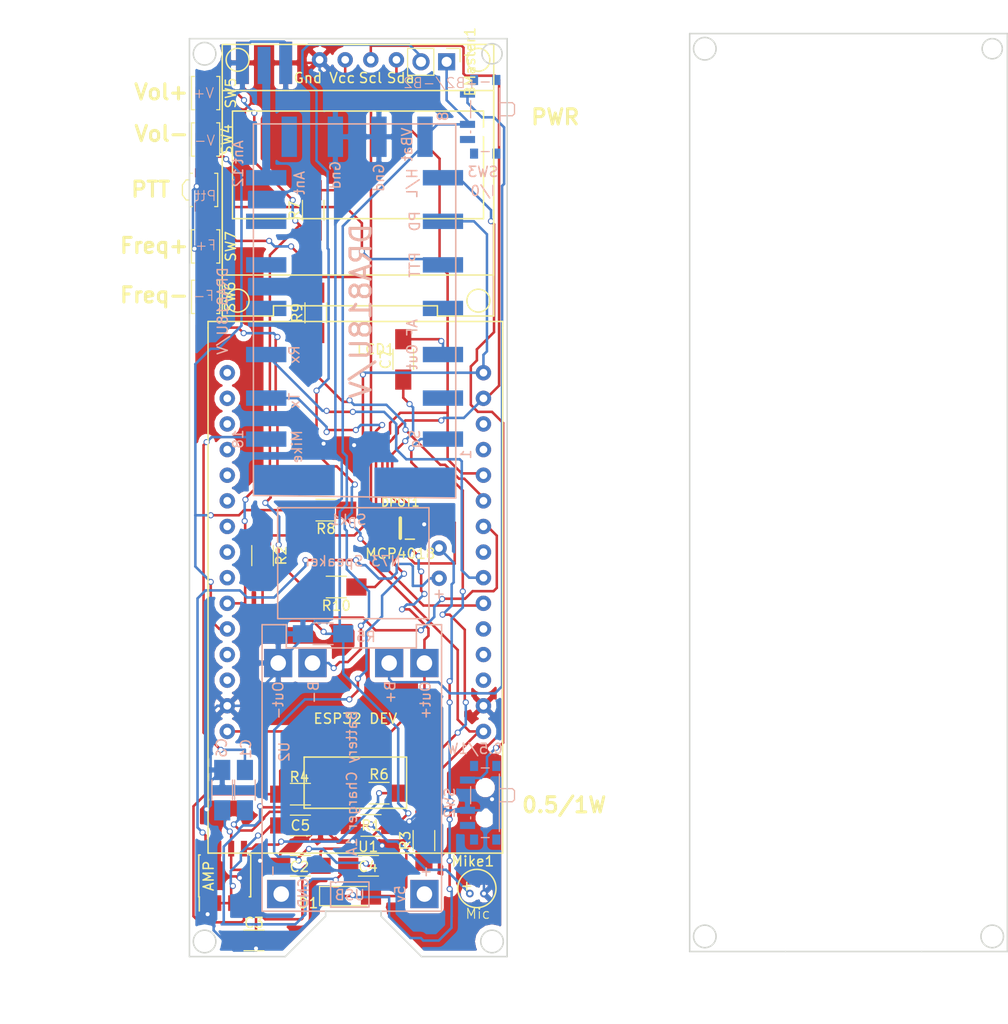
<source format=kicad_pcb>
(kicad_pcb (version 4) (host pcbnew 4.0.4-stable)
  (layers (0 F.Cu signal) (31 B.Cu signal) (34 B.Paste user) (35 F.Paste user) (36 B.SilkS user) (37 F.SilkS user) (38 B.Mask user) (39 F.Mask user) (44 Edge.Cuts user))
  (net 0 "")
  (net 1 GND)
  (net 2 "Net-(AMPAUD1-Pad2)")
  (net 3 "Net-(AMPAUD1-Pad5)")
  (net 4 BAT+)
  (net 5 "Net-(AMPAUD1-Pad8)")
  (net 6 "Net-(ANT1-Pad1)")
  (net 7 "Net-(C1-Pad1)")
  (net 8 "Net-(C1-Pad2)")
  (net 9 AudioOut)
  (net 10 "Net-(D1-Pad1)")
  (net 11 "Net-(D1-Pad2)")
  (net 12 "Net-(DRA8181-Pad7)")
  (net 13 Sleep)
  (net 14 RX)
  (net 15 TX)
  (net 16 Vcc)
  (net 17 SCL)
  (net 18 SDA)
  (net 19 "Net-(SW3-Pad1)")
  (net 20 5V)
  (net 21 "Net-(AMPAUD1-Pad4)")
  (net 22 "Net-(C4-Pad1)")
  (net 23 Audio)
  (net 24 "Net-(C7-Pad2)")
  (net 25 "Net-(DRA8181-Pad5)")
  (net 26 Vol+_Butt)
  (net 27 Vol-_Butt)
  (net 28 Freq+_Butt)
  (net 29 Freq-_Butt)
  (net 30 BM_GND)
  (module Housings_SOIC:SOIC-8_3.9x4.9mm_Pitch1.27mm (layer F.Cu) (at 119.5 147 90)
    (fp_text reference AMP (at 0 -1.6 90) (layer F.SilkS))
    (fp_text value LM4871)
    (pad 1 smd rect (at -2.7 -1.905 90) (size 1.55 0.6) (layers F.Cu F.Paste F.Mask) (net 1 GND))
    (pad 2 smd rect (at -2.7 -0.635 90) (size 1.55 0.6) (layers F.Cu F.Paste F.Mask) (net 2 "Net-(AMPAUD1-Pad2)"))
    (pad 3 smd rect (at -2.7 0.635 90) (size 1.55 0.6) (layers F.Cu F.Paste F.Mask) (net 2 "Net-(AMPAUD1-Pad2)"))
    (pad 4 smd rect (at -2.7 1.905 90) (size 1.55 0.6) (layers F.Cu F.Paste F.Mask) (net 21 "Net-(AMPAUD1-Pad4)"))
    (pad 5 smd rect (at 2.7 1.905 90) (size 1.55 0.6) (layers F.Cu F.Paste F.Mask) (net 3 "Net-(AMPAUD1-Pad5)"))
    (pad 6 smd rect (at 2.7 0.635 90) (size 1.55 0.6) (layers F.Cu F.Paste F.Mask) (net 4 BAT+))
    (pad 7 smd rect (at 2.7 -0.635 90) (size 1.55 0.6) (layers F.Cu F.Paste F.Mask) (net 1 GND))
    (pad 8 smd rect (at 2.7 -1.905 90) (size 1.55 0.6) (layers F.Cu F.Paste F.Mask) (net 5 "Net-(AMPAUD1-Pad8)"))
  )
  (module nodemcu:SMA_EDGE (layer B.Cu) (at 123.4 68.5 180)
    (fp_text reference ANT1 hide)
    (fp_text value CON-SMA hide)
    (pad 3 smd rect (at -2.1463 2.0955 180) (size 1.27 4.191) (layers B.Cu B.Paste B.Mask) (net 1 GND))
    (pad 2 smd rect (at 2.1463 2.0955 180) (size 1.27 4.191) (layers B.Cu B.Paste B.Mask) (net 1 GND))
    (pad 1 smd rect (at 0 1.8415 180) (size 1.27 3.683) (layers B.Cu B.Paste B.Mask) (net 6 "Net-(ANT1-Pad1)"))
    (pad 5 smd rect (at -2.1463 2.0955 180) (size 1.27 4.191) (layers F.Cu B.Paste B.Mask) (net 1 GND))
    (pad 4 smd rect (at 2.1463 2.0955 180) (size 1.27 4.191) (layers F.Cu B.Paste B.Mask) (net 1 GND))
  )
  (module Capacitors_SMD:C_1206_HandSoldering (layer B.Cu) (at 121.5 138.5 90)
    (fp_text reference C1 (at 4.1 0.1 90) (layer B.SilkS) (effects (justify mirror)))
    (fp_text value 100nF)
    (pad 1 smd rect (at -2 0 90) (size 2 1.6) (layers B.Cu B.Paste B.Mask) (net 7 "Net-(C1-Pad1)"))
    (pad 2 smd rect (at 2 0 90) (size 2 1.6) (layers B.Cu B.Paste B.Mask) (net 8 "Net-(C1-Pad2)"))
  )
  (module Capacitors_SMD:C_1206_HandSoldering (layer F.Cu) (at 127 146 180)
    (fp_text reference C2 (at 0.1 -0.1 180) (layer F.SilkS))
    (fp_text value 100nF)
    (pad 1 smd rect (at -2 0 180) (size 2 1.6) (layers F.Cu F.Paste F.Mask) (net 4 BAT+))
    (pad 2 smd rect (at 2 0 180) (size 2 1.6) (layers F.Cu F.Paste F.Mask) (net 1 GND))
  )
  (module Capacitors_SMD:C_1206_HandSoldering (layer F.Cu) (at 133.75 146)
    (fp_text reference C4 (at -0.05 0.1) (layer F.SilkS))
    (fp_text value 100nF)
    (pad 1 smd rect (at -2 0) (size 2 1.6) (layers F.Cu F.Paste F.Mask) (net 22 "Net-(C4-Pad1)"))
    (pad 2 smd rect (at 2 0) (size 2 1.6) (layers F.Cu F.Paste F.Mask) (net 9 AudioOut))
  )
  (module Capacitors_SMD:C_1206_HandSoldering (layer F.Cu) (at 127 142)
    (fp_text reference C5 (at 0 0) (layer F.SilkS))
    (fp_text value 1uF)
    (pad 1 smd rect (at -2 0) (size 2 1.6) (layers F.Cu F.Paste F.Mask) (net 2 "Net-(AMPAUD1-Pad2)"))
    (pad 2 smd rect (at 2 0) (size 2 1.6) (layers F.Cu F.Paste F.Mask) (net 1 GND))
  )
  (module Capacitors_SMD:C_1206_HandSoldering (layer B.Cu) (at 119.25 138.5 90)
    (fp_text reference C6 (at 4.2 -0.05 90) (layer B.SilkS) (effects (justify mirror)))
    (fp_text value 100nF)
    (pad 1 smd rect (at -2 0 90) (size 2 1.6) (layers B.Cu B.Paste B.Mask) (net 4 BAT+))
    (pad 2 smd rect (at 2 0 90) (size 2 1.6) (layers B.Cu B.Paste B.Mask) (net 1 GND))
  )
  (module LEDs:LED_1206_HandSoldering (layer F.Cu) (at 132 149)
    (fp_text reference D1 (at -4.2 0.7) (layer F.SilkS))
    (fp_text value LED)
    (pad 1 smd rect (at -2 0) (size 2 1.7) (layers F.Cu F.Paste F.Mask) (net 10 "Net-(D1-Pad1)"))
    (pad 2 smd rect (at 2 0) (size 2 1.7) (layers F.Cu F.Paste F.Mask) (net 11 "Net-(D1-Pad2)"))
  )
  (module nodemcu:DRA818U (layer B.Cu) (at 132.5 91 90)
    (fp_text reference DRA8181 hide)
    (fp_text value DRA818U hide)
    (fp_text user Ant (at 15.748 -11.684 90) (layer B.SilkS) (effects (justify mirror)))
    (fp_text user DRA818U/V (at 0 -13.208 90) (layer B.SilkS) (effects (justify mirror)))
    (fp_text user Sq (at -12.7 5.842 90) (layer B.SilkS) (effects (justify mirror)))
    (fp_text user "AF Out" (at -3.302 5.588 90) (layer B.SilkS) (effects (justify mirror)))
    (fp_text user PTT (at 4.572 5.842 90) (layer B.SilkS) (effects (justify mirror)))
    (fp_text user PD (at 8.89 5.842 90) (layer B.SilkS) (effects (justify mirror)))
    (fp_text user H/L (at 12.7 5.588 90) (layer B.SilkS) (effects (justify mirror)))
    (fp_text user VBat (at 16.51 5.08 90) (layer B.SilkS) (effects (justify mirror)))
    (fp_text user Gnd (at 13.462 -2.032 90) (layer B.SilkS) (effects (justify mirror)))
    (fp_text user Gnd (at 13.208 2.286 90) (layer B.SilkS) (effects (justify mirror)))
    (fp_text user Ant (at 12.7 -5.588 90) (layer B.SilkS) (effects (justify mirror)))
    (fp_text user Mike (at -13.462 -5.842 90) (layer B.SilkS) (effects (justify mirror)))
    (fp_text user Tx (at -8.89 -6.096 90) (layer B.SilkS) (effects (justify mirror)))
    (fp_text user Rx (at -4.318 -6.096 90) (layer B.SilkS) (effects (justify mirror)))
    (fp_text user 18 (at -12.7 -11.684 90) (layer B.SilkS) (effects (justify mirror)))
    (fp_text user 12 (at 13.208 -11.684 90) (layer B.SilkS) (effects (justify mirror)))
    (fp_text user 8 (at 19.304 8.636 90) (layer B.SilkS) (effects (justify mirror)))
    (fp_text user 1 (at -14.224 10.922 90) (layer B.SilkS) (effects (justify mirror)))
    (fp_text user DRA818U/V (at 0 0.508 90) (layer B.SilkS) (effects (font (size 2 2) (thickness 0.3)) (justify mirror)))
    (pad 1 smd rect (at -12.7 8.636 90) (size 1.524 4) (layers B.Cu B.Paste B.Mask) (net 10 "Net-(D1-Pad1)"))
    (pad 2 smd rect (at -8.636 8.636 90) (size 1.524 4) (layers B.Cu B.Paste B.Mask))
    (pad 3 smd rect (at -4.318 8.636 90) (size 1.524 4) (layers B.Cu B.Paste B.Mask) (net 24 "Net-(C7-Pad2)"))
    (pad 7 smd rect (at 13.208 8.636 90) (size 1.524 4) (layers B.Cu B.Paste B.Mask) (net 12 "Net-(DRA8181-Pad7)"))
    (pad 4 smd rect (at 0.254 8.636 90) (size 1.524 4) (layers B.Cu B.Paste B.Mask))
    (pad 5 smd rect (at 4.572 8.636 90) (size 1.524 4) (layers B.Cu B.Paste B.Mask) (net 25 "Net-(DRA8181-Pad5)"))
    (pad 6 smd rect (at 8.89 8.636 90) (size 1.524 4) (layers B.Cu B.Paste B.Mask) (net 13 Sleep))
    (pad 18 smd rect (at -12.7 -8.89 90) (size 1.524 4) (layers B.Cu B.Paste B.Mask) (net 8 "Net-(C1-Pad2)"))
    (pad 17 smd rect (at -8.636 -8.89 90) (size 1.524 4) (layers B.Cu B.Paste B.Mask) (net 14 RX))
    (pad 16 smd rect (at -4.318 -8.89 90) (size 1.524 4) (layers B.Cu B.Paste B.Mask) (net 15 TX))
    (pad 15 smd rect (at 0.254 -8.89 90) (size 1.524 4) (layers B.Cu B.Paste B.Mask))
    (pad 14 smd rect (at 4.572 -8.89 90) (size 1.524 4) (layers B.Cu B.Paste B.Mask))
    (pad 13 smd rect (at 8.89 -8.89 90) (size 1.524 4) (layers B.Cu B.Paste B.Mask))
    (pad 12 smd rect (at 13.208 -8.89 90) (size 1.524 4) (layers B.Cu B.Paste B.Mask) (net 6 "Net-(ANT1-Pad1)"))
    (pad 8 smd rect (at 17.272 6.858 90) (size 4 1.524) (layers B.Cu B.Paste B.Mask) (net 4 BAT+))
    (pad 9 smd rect (at 17.272 2.286 90) (size 4 1.524) (layers B.Cu B.Paste B.Mask) (net 1 GND))
    (pad 10 smd rect (at 17.272 -2.032 90) (size 4 1.524) (layers B.Cu B.Paste B.Mask) (net 1 GND))
    (pad 11 smd rect (at 17.272 -6.604 90) (size 4 1.524) (layers B.Cu B.Paste B.Mask))
    (pad "" smd rect (at -17.018 5.842 90) (size 3 8) (layers B.Cu B.Paste B.Mask))
    (pad "" smd rect (at -16.764 -6.096 90) (size 3 8) (layers B.Cu B.Paste B.Mask))
  )
  (module nodemcu:Oled96 (layer F.Cu) (at 119.25 91.5)
    (fp_text reference LCD1 (at 15.24 3.302) (layer F.SilkS))
    (fp_text value Oled96)
    (fp_text user Sda (at 17.7 -23.6) (layer F.SilkS))
    (fp_text user Scl (at 14.7 -23.6) (layer F.SilkS))
    (fp_text user Vcc (at 11.9 -23.6) (layer F.SilkS))
    (fp_text user Gnd (at 8.5 -23.6) (layer F.SilkS))
    (pad 4 thru_hole circle (at 9.652 -25.4) (size 1.524 1.524) (drill 0.762) (layers *.Cu *.Mask) (net 1 GND))
    (pad 3 thru_hole circle (at 12.192 -25.4) (size 1.524 1.524) (drill 0.762) (layers *.Cu *.Mask) (net 16 Vcc))
    (pad 2 thru_hole circle (at 14.732 -25.4) (size 1.524 1.524) (drill 0.762) (layers *.Cu *.Mask) (net 17 SCL))
    (pad 1 thru_hole circle (at 17.272 -25.4) (size 1.524 1.524) (drill 0.762) (layers *.Cu *.Mask) (net 18 SDA))
  )
  (module nodemcu:MiniElectret (layer F.Cu) (at 144.5 148.25 180)
    (fp_text reference Mike1 (at 0.4 2.7 180) (layer F.SilkS))
    (fp_text value MicElectret)
    (fp_text user Mic (at -0.1 -2.5 180) (layer F.SilkS) (effects (font (thickness 0.1))))
    (fp_text user + (at 1 0.3 180) (layer F.SilkS))
    (pad 1 thru_hole circle (at 0.7 -0.5 180) (size 0.76 0.76) (drill 0.4) (layers *.Cu *.Mask) (net 7 "Net-(C1-Pad1)"))
    (pad 2 thru_hole circle (at -0.7 -0.5 180) (size 0.76 0.76) (drill 0.4) (layers *.Cu *.Mask) (net 1 GND))
  )
  (module Resistors_SMD:R_1206_HandSoldering (layer F.Cu) (at 134 142)
    (fp_text reference R1 (at 0 0) (layer F.SilkS))
    (fp_text value 10k)
    (pad 1 smd rect (at -2 0) (size 2 1.7) (layers F.Cu F.Paste F.Mask) (net 7 "Net-(C1-Pad1)"))
    (pad 2 smd rect (at 2 0) (size 2 1.7) (layers F.Cu F.Paste F.Mask) (net 4 BAT+))
  )
  (module Resistors_SMD:R_1206_HandSoldering (layer F.Cu) (at 123.25 115.25 270)
    (fp_text reference R2 (at 0 -1.85 270) (layer F.SilkS))
    (fp_text value 10k)
    (pad 1 smd rect (at -2 0 270) (size 2 1.7) (layers F.Cu F.Paste F.Mask) (net 13 Sleep))
    (pad 2 smd rect (at 2 0 270) (size 2 1.7) (layers F.Cu F.Paste F.Mask) (net 4 BAT+))
  )
  (module Resistors_SMD:R_1206_HandSoldering (layer F.Cu) (at 139.25 143.5 90)
    (fp_text reference R3 (at 0 -1.85 90) (layer F.SilkS))
    (fp_text value 470)
    (pad 1 smd rect (at -2 0 90) (size 2 1.7) (layers F.Cu F.Paste F.Mask) (net 16 Vcc))
    (pad 2 smd rect (at 2 0 90) (size 2 1.7) (layers F.Cu F.Paste F.Mask) (net 11 "Net-(D1-Pad2)"))
  )
  (module Resistors_SMD:R_1206_HandSoldering (layer B.Cu) (at 129.25 123)
    (fp_text reference R5 (at 4.25 0.3) (layer B.SilkS) (effects (justify mirror)))
    (fp_text value 10k)
    (pad 1 smd rect (at -2 0) (size 2 1.7) (layers B.Cu B.Paste B.Mask) (net 1 GND))
    (pad 2 smd rect (at 2 0) (size 2 1.7) (layers B.Cu B.Paste B.Mask) (net 4 BAT+))
  )
  (module nodemcu:N73_Speaker (layer B.Cu) (at 124.75 110.5)
    (fp_text reference Spk1 (at 7 1.2 180) (layer B.SilkS) (effects (justify mirror)))
    (fp_text value N73_Speaker)
    (fp_text user "N73 Speaker" (at 7.4 5.3) (layer B.SilkS) (effects (justify mirror)))
    (fp_text user + (at 16 8.5) (layer B.SilkS) (effects (justify mirror)))
    (pad 1 thru_hole circle (at 16 7) (size 1.524 1.524) (drill 0.762) (layers *.Cu *.Mask) (net 5 "Net-(AMPAUD1-Pad8)"))
    (pad 2 thru_hole circle (at 16 4) (size 1.524 1.524) (drill 0.762) (layers *.Cu *.Mask) (net 3 "Net-(AMPAUD1-Pad5)"))
  )
  (module Buttons_Switches_SMD:SW_SPDT_PCM12 (layer B.Cu) (at 145 139.75 270)
    (fp_text reference SW2 (at 0 3.2 270) (layer B.SilkS) (effects (justify mirror)))
    (fp_text value SPST)
    (pad "" np_thru_hole circle (at -1.5 -0.33 270) (size 0.9 0.9) (drill 0.9) (layers *.Cu *.Mask))
    (pad "" np_thru_hole circle (at 1.5 -0.33 270) (size 0.9 0.9) (drill 0.9) (layers *.Cu *.Mask))
    (pad 1 smd rect (at -2.25 1.43 270) (size 0.7 1.5) (layers B.Cu B.Paste B.Mask) (net 12 "Net-(DRA8181-Pad7)"))
    (pad 2 smd rect (at 0.75 1.43 270) (size 0.7 1.5) (layers B.Cu B.Paste B.Mask) (net 1 GND))
    (pad 3 smd rect (at 2.25 1.43 270) (size 0.7 1.5) (layers B.Cu B.Paste B.Mask))
    (pad "" smd rect (at -3.65 -1.43 270) (size 1 0.8) (layers B.Cu B.Paste B.Mask))
    (pad "" smd rect (at 3.65 -1.43 270) (size 1 0.8) (layers B.Cu B.Paste B.Mask))
    (pad "" smd rect (at 3.65 0.78 270) (size 1 0.8) (layers B.Cu B.Paste B.Mask))
    (pad "" smd rect (at -3.65 0.78 270) (size 1 0.8) (layers B.Cu B.Paste B.Mask))
  )
  (module Buttons_Switches_SMD:SW_SPDT_PCM12 (layer B.Cu) (at 145 71.75 270)
    (fp_text reference SW3 (at 5.45 -0.1 360) (layer B.SilkS) (effects (justify mirror)))
    (fp_text value SPST)
    (pad "" np_thru_hole circle (at -1.5 -0.33 270) (size 0.9 0.9) (drill 0.9) (layers *.Cu *.Mask))
    (pad "" np_thru_hole circle (at 1.5 -0.33 270) (size 0.9 0.9) (drill 0.9) (layers *.Cu *.Mask))
    (pad 1 smd rect (at -2.25 1.43 270) (size 0.7 1.5) (layers B.Cu B.Paste B.Mask) (net 19 "Net-(SW3-Pad1)"))
    (pad 2 smd rect (at 0.75 1.43 270) (size 0.7 1.5) (layers B.Cu B.Paste B.Mask) (net 4 BAT+))
    (pad 3 smd rect (at 2.25 1.43 270) (size 0.7 1.5) (layers B.Cu B.Paste B.Mask))
    (pad "" smd rect (at -3.65 -1.43 270) (size 1 0.8) (layers B.Cu B.Paste B.Mask))
    (pad "" smd rect (at 3.65 -1.43 270) (size 1 0.8) (layers B.Cu B.Paste B.Mask))
    (pad "" smd rect (at 3.65 0.78 270) (size 1 0.8) (layers B.Cu B.Paste B.Mask))
    (pad "" smd rect (at -3.65 0.78 270) (size 1 0.8) (layers B.Cu B.Paste B.Mask))
  )
  (module nodemcu:ESP32-DEV2 (layer F.Cu) (at 119.75 89.5)
    (fp_text reference U1 (at 13.97 54.61) (layer F.SilkS))
    (fp_text value ESP32DEV)
    (fp_text user "ESP32 DEV" (at 12.7 41.91) (layer F.SilkS))
    (pad 1 thru_hole circle (at 0 7.62) (size 1.524 1.524) (drill 0.762) (layers *.Cu *.Mask))
    (pad 2 thru_hole circle (at 0 10.16) (size 1.524 1.524) (drill 0.762) (layers *.Cu *.Mask))
    (pad 3 thru_hole circle (at 0 12.7) (size 1.524 1.524) (drill 0.762) (layers *.Cu *.Mask))
    (pad 4 thru_hole circle (at 0 15.24) (size 1.524 1.524) (drill 0.762) (layers *.Cu *.Mask))
    (pad 5 thru_hole circle (at 0 17.78) (size 1.524 1.524) (drill 0.762) (layers *.Cu *.Mask))
    (pad 6 thru_hole circle (at 0 20.32) (size 1.524 1.524) (drill 0.762) (layers *.Cu *.Mask))
    (pad 7 thru_hole circle (at 0 22.86) (size 1.524 1.524) (drill 0.762) (layers *.Cu *.Mask))
    (pad 8 thru_hole circle (at 0 25.4) (size 1.524 1.524) (drill 0.762) (layers *.Cu *.Mask))
    (pad 9 thru_hole circle (at 0 27.94) (size 1.524 1.524) (drill 0.762) (layers *.Cu *.Mask))
    (pad 10 thru_hole circle (at 0 30.48) (size 1.524 1.524) (drill 0.762) (layers *.Cu *.Mask) (net 26 Vol+_Butt))
    (pad 11 thru_hole circle (at 0 33.02) (size 1.524 1.524) (drill 0.762) (layers *.Cu *.Mask) (net 27 Vol-_Butt))
    (pad 12 thru_hole circle (at 0 35.56) (size 1.524 1.524) (drill 0.762) (layers *.Cu *.Mask))
    (pad 13 thru_hole circle (at 0 38.1) (size 1.524 1.524) (drill 0.762) (layers *.Cu *.Mask))
    (pad 14 thru_hole circle (at 0 40.64) (size 1.524 1.524) (drill 0.762) (layers *.Cu *.Mask) (net 1 GND))
    (pad 15 thru_hole circle (at 0 43.18) (size 1.524 1.524) (drill 0.762) (layers *.Cu *.Mask) (net 20 5V))
    (pad 16 thru_hole circle (at 25.4 7.62) (size 1.524 1.524) (drill 0.762) (layers *.Cu *.Mask) (net 13 Sleep))
    (pad 17 thru_hole circle (at 25.4 10.16) (size 1.524 1.524) (drill 0.762) (layers *.Cu *.Mask) (net 17 SCL))
    (pad 18 thru_hole circle (at 25.4 12.7) (size 1.524 1.524) (drill 0.762) (layers *.Cu *.Mask))
    (pad 19 thru_hole circle (at 25.4 15.24) (size 1.524 1.524) (drill 0.762) (layers *.Cu *.Mask))
    (pad 20 thru_hole circle (at 25.4 17.78) (size 1.524 1.524) (drill 0.762) (layers *.Cu *.Mask) (net 18 SDA))
    (pad 21 thru_hole circle (at 25.4 20.32) (size 1.524 1.524) (drill 0.762) (layers *.Cu *.Mask) (net 28 Freq+_Butt))
    (pad 22 thru_hole circle (at 25.4 22.86) (size 1.524 1.524) (drill 0.762) (layers *.Cu *.Mask) (net 29 Freq-_Butt))
    (pad 23 thru_hole circle (at 25.4 25.4) (size 1.524 1.524) (drill 0.762) (layers *.Cu *.Mask))
    (pad 24 thru_hole circle (at 25.4 27.94) (size 1.524 1.524) (drill 0.762) (layers *.Cu *.Mask) (net 15 TX))
    (pad 25 thru_hole circle (at 25.4 30.48) (size 1.524 1.524) (drill 0.762) (layers *.Cu *.Mask) (net 14 RX))
    (pad 26 thru_hole circle (at 25.4 33.02) (size 1.524 1.524) (drill 0.762) (layers *.Cu *.Mask))
    (pad 27 thru_hole circle (at 25.4 35.56) (size 1.524 1.524) (drill 0.762) (layers *.Cu *.Mask))
    (pad 28 thru_hole circle (at 25.4 38.1) (size 1.524 1.524) (drill 0.762) (layers *.Cu *.Mask))
    (pad 29 thru_hole circle (at 25.4 40.64) (size 1.524 1.524) (drill 0.762) (layers *.Cu *.Mask) (net 1 GND))
    (pad 30 thru_hole circle (at 25.4 43.18) (size 1.524 1.524) (drill 0.762) (layers *.Cu *.Mask) (net 16 Vcc))
  )
  (module nodemcu:TP4056-18650 (layer B.Cu) (at 141 150.5 90)
    (fp_text reference U2 (at 15.8 -15.6 90) (layer B.SilkS) (effects (justify mirror)))
    (fp_text value TP4056-1A)
    (fp_text user "Battery Charger 1A" (at 12.7 -8.9 90) (layer B.SilkS) (effects (justify mirror)))
    (fp_text user GND (at 1.8 -13.7 90) (layer B.SilkS) (effects (justify mirror)))
    (fp_text user 5v (at 1.7 -4.1 90) (layer B.SilkS) (effects (justify mirror)))
    (fp_text user B+ (at 21.7 -5.1 90) (layer B.SilkS) (effects (justify mirror)))
    (fp_text user B- (at 21.7 -12.7 90) (layer B.SilkS) (effects (justify mirror)))
    (fp_text user Out+ (at 20.9 -1.6 90) (layer B.SilkS) (effects (justify mirror)))
    (fp_text user Out- (at 20.9 -16.2 90) (layer B.SilkS) (effects (justify mirror)))
    (fp_text user USB (at 1.6 -9.1 360) (layer B.SilkS) (effects (justify mirror)))
    (fp_text user - (at 4 -16.8 90) (layer B.SilkS) (effects (justify mirror)))
    (fp_text user + (at 3.9 -1.6 90) (layer B.SilkS) (effects (justify mirror)))
    (pad 6 thru_hole rect (at 24.6 -12.8 90) (size 2.8 2.8) (drill 1.54) (layers *.Cu *.Mask) (net 30 BM_GND))
    (pad 5 thru_hole rect (at 24.6 -5.2 90) (size 2.8 2.8) (drill 1.54) (layers *.Cu *.Mask) (net 19 "Net-(SW3-Pad1)"))
    (pad 4 thru_hole rect (at 24.6 -16.2 90) (size 2.8 2.8) (drill 1.54) (layers *.Cu *.Mask) (net 1 GND))
    (pad 3 thru_hole rect (at 24.6 -1.7 90) (size 2.8 2.8) (drill 1.54) (layers *.Cu *.Mask) (net 20 5V))
    (pad 2 thru_hole rect (at 1.7 -15.9 90) (size 2.8 2.8) (drill 1.54) (layers *.Cu *.Mask))
    (pad 1 thru_hole rect (at 1.7 -1.7 90) (size 2.8 2.8) (drill 1.54) (layers *.Cu *.Mask))
  )
  (module Resistors_SMD:R_1206_HandSoldering (layer F.Cu) (at 127 138.9 180)
    (fp_text reference R4 (at 0.1 1.7 180) (layer F.SilkS))
    (fp_text value 22k)
    (pad 1 smd rect (at -2 0 180) (size 2 1.7) (layers F.Cu F.Paste F.Mask) (net 22 "Net-(C4-Pad1)"))
    (pad 2 smd rect (at 2 0 180) (size 2 1.7) (layers F.Cu F.Paste F.Mask) (net 21 "Net-(AMPAUD1-Pad4)"))
  )
  (module Resistors_SMD:R_1206_HandSoldering (layer F.Cu) (at 134.8 138.8)
    (fp_text reference R6 (at 0 -1.85) (layer F.SilkS))
    (fp_text value 150k)
    (pad 1 smd rect (at -2 0) (size 2 1.7) (layers F.Cu F.Paste F.Mask) (net 21 "Net-(AMPAUD1-Pad4)"))
    (pad 2 smd rect (at 2 0) (size 2 1.7) (layers F.Cu F.Paste F.Mask) (net 3 "Net-(AMPAUD1-Pad5)"))
  )
  (module Capacitors_SMD:C_1206_HandSoldering (layer F.Cu) (at 122.4 153.4)
    (fp_text reference C3 (at 0 -1.75) (layer F.SilkS))
    (fp_text value 47uF)
    (pad 1 smd rect (at -2 0) (size 2 1.6) (layers F.Cu F.Paste F.Mask) (net 4 BAT+))
    (pad 2 smd rect (at 2 0) (size 2 1.6) (layers F.Cu F.Paste F.Mask) (net 1 GND))
  )
  (module Capacitors_SMD:C_1206_HandSoldering (layer F.Cu) (at 137.2 95.8 90)
    (fp_text reference C7 (at 0 -1.75 90) (layer F.SilkS))
    (fp_text value 100nF)
    (pad 1 smd rect (at -2 0 90) (size 2 1.6) (layers F.Cu F.Paste F.Mask) (net 23 Audio))
    (pad 2 smd rect (at 2 0 90) (size 2 1.6) (layers F.Cu F.Paste F.Mask) (net 24 "Net-(C7-Pad2)"))
  )
  (module Resistors_SMD:R_1206_HandSoldering (layer F.Cu) (at 128.27 81.026 90)
    (fp_text reference R7 (at 0 -1.85 90) (layer F.SilkS))
    (fp_text value 10k)
    (pad 1 smd rect (at -2 0 90) (size 2 1.7) (layers F.Cu F.Paste F.Mask) (net 26 Vol+_Butt))
    (pad 2 smd rect (at 2 0 90) (size 2 1.7) (layers F.Cu F.Paste F.Mask) (net 16 Vcc))
  )
  (module Resistors_SMD:R_1206_HandSoldering (layer F.Cu) (at 129.54 110.744 180)
    (fp_text reference R8 (at 0 -1.85 180) (layer F.SilkS))
    (fp_text value 10k)
    (pad 1 smd rect (at -2 0 180) (size 2 1.7) (layers F.Cu F.Paste F.Mask) (net 16 Vcc))
    (pad 2 smd rect (at 2 0 180) (size 2 1.7) (layers F.Cu F.Paste F.Mask) (net 27 Vol-_Butt))
  )
  (module Resistors_SMD:R_1206_HandSoldering (layer F.Cu) (at 128.524 91.186 90)
    (fp_text reference R9 (at 0 -1.85 90) (layer F.SilkS))
    (fp_text value 10k)
    (pad 1 smd rect (at -2 0 90) (size 2 1.7) (layers F.Cu F.Paste F.Mask) (net 28 Freq+_Butt))
    (pad 2 smd rect (at 2 0 90) (size 2 1.7) (layers F.Cu F.Paste F.Mask) (net 16 Vcc))
  )
  (module Resistors_SMD:R_1206_HandSoldering (layer F.Cu) (at 130.556 118.364 180)
    (fp_text reference R10 (at 0 -1.85 180) (layer F.SilkS))
    (fp_text value 10k)
    (pad 1 smd rect (at -2 0 180) (size 2 1.7) (layers F.Cu F.Paste F.Mask) (net 16 Vcc))
    (pad 2 smd rect (at 2 0 180) (size 2 1.7) (layers F.Cu F.Paste F.Mask) (net 29 Freq-_Butt))
  )
  (module Buttons_Switches_SMD:SW_SPST_B3U-3000P (layer F.Cu) (at 117.4 79 90)
    (fp_text reference SW1 hide)
    (fp_text value PTT)
    (pad 1 smd rect (at -1.7 0 90) (size 0.9 1.7) (layers F.Cu F.Paste F.Mask) (net 25 "Net-(DRA8181-Pad5)"))
    (pad 2 smd rect (at 1.7 0 90) (size 0.9 1.7) (layers F.Cu F.Paste F.Mask) (net 1 GND))
  )
  (module Buttons_Switches_SMD:SW_SPST_B3U-1000P (layer F.Cu) (at 117.6 74 90)
    (fp_text reference SW4 (at 0 2.125 90) (layer F.SilkS))
    (fp_text value V-)
    (pad 1 smd rect (at -1.7 0 90) (size 0.9 1.7) (layers F.Cu F.Paste F.Mask) (net 27 Vol-_Butt))
    (pad 2 smd rect (at 1.7 0 90) (size 0.9 1.7) (layers F.Cu F.Paste F.Mask) (net 1 GND))
  )
  (module Buttons_Switches_SMD:SW_SPST_B3U-1000P (layer F.Cu) (at 117.6 69.4 270)
    (fp_text reference SW5 (at 0 -2.5 270) (layer F.SilkS))
    (fp_text value V+)
    (pad 1 smd rect (at -1.7 0 270) (size 0.9 1.7) (layers F.Cu F.Paste F.Mask) (net 26 Vol+_Butt))
    (pad 2 smd rect (at 1.7 0 270) (size 0.9 1.7) (layers F.Cu F.Paste F.Mask) (net 1 GND))
  )
  (module Buttons_Switches_SMD:SW_SPST_B3U-1000P (layer F.Cu) (at 117.6 89.6 90)
    (fp_text reference SW6 (at 0 2.425 90) (layer F.SilkS))
    (fp_text value F-)
    (pad 1 smd rect (at -1.7 0 90) (size 0.9 1.7) (layers F.Cu F.Paste F.Mask) (net 29 Freq-_Butt))
    (pad 2 smd rect (at 1.7 0 90) (size 0.9 1.7) (layers F.Cu F.Paste F.Mask) (net 1 GND))
  )
  (module Buttons_Switches_SMD:SW_SPST_B3U-1000P (layer F.Cu) (at 117.6 84.6 270)
    (fp_text reference SW7 (at 0 -2.5 270) (layer F.SilkS))
    (fp_text value F+)
    (pad 1 smd rect (at -1.7 0 270) (size 0.9 1.7) (layers F.Cu F.Paste F.Mask) (net 28 Freq+_Butt))
    (pad 2 smd rect (at 1.7 0 270) (size 0.9 1.7) (layers F.Cu F.Paste F.Mask) (net 1 GND))
  )
  (module nodemcu:MCP4018-SC70 (layer F.Cu) (at 136.906 112.522 180)
    (fp_text reference DPOT1 (at 0 2.54 360) (layer F.SilkS) (effects (font (size 0.8 0.8))))
    (fp_text value MCP4018)
    (fp_text user MCP4018 (at 0 -2.54 180) (layer F.SilkS))
    (pad 5 smd rect (at 0.95 0) (size 0.75 0.4) (layers F.Cu F.Paste F.Mask) (net 23 Audio))
    (pad 1 smd rect (at -0.95 -0.65) (size 0.75 0.4) (layers F.Cu F.Paste F.Mask) (net 20 5V))
    (pad 3 smd rect (at -0.95 0.65) (size 0.75 0.4) (layers F.Cu F.Paste F.Mask) (net 17 SCL))
    (pad 2 smd rect (at -0.95 0) (size 0.75 0.4) (layers F.Cu F.Paste F.Mask) (net 1 GND))
    (pad 4 smd rect (at 0.95 0.65) (size 0.75 0.4) (layers F.Cu F.Paste F.Mask) (net 18 SDA))
    (pad 6 smd rect (at 0.95 -0.65) (size 0.75 0.4) (layers F.Cu F.Paste F.Mask) (net 9 AudioOut))
  )
  (module Socket_Strips:Socket_Strip_Straight_1x02_Pitch2.54mm (layer F.Cu) (at 141.5 66.3 270)
    (fp_text reference BMaster1 (at 0 -2.33 270) (layer F.SilkS))
    (fp_text value BattCon)
    (pad 1 thru_hole rect (at 0 0 270) (size 1.7 1.7) (drill 1) (layers *.Cu *.Mask) (net 4 BAT+))
    (pad 2 thru_hole oval (at 0 2.54 270) (size 1.7 1.7) (drill 1) (layers *.Cu *.Mask) (net 30 BM_GND))
  )
  (gr_text F- (at 117.4 89.5) (layer B.SilkS) (effects (font (size 1 1) (thickness 0.1)) (justify mirror)))
  (gr_text F+ (at 117.6 84.5) (layer B.SilkS) (effects (font (size 1 1) (thickness 0.1)) (justify mirror)))
  (gr_text Ptt (at 117.6 79.6) (layer B.SilkS) (effects (font (size 1 1) (thickness 0.1)) (justify mirror)))
  (gr_text V- (at 117.5 74.1) (layer B.SilkS) (effects (font (size 1 1) (thickness 0.1)) (justify mirror)))
  (gr_text V+ (at 117.4 69.4) (layer B.SilkS) (effects (font (size 1 1) (thickness 0.1)) (justify mirror)))
  (gr_text 0.5/1W (at 144.3 134.4) (layer B.SilkS) (effects (font (size 1 1)) (justify mirror)))
  (gr_text I/0 (at 145.1 79.1) (layer B.SilkS) (effects (font (size 1 1)) (justify mirror)))
  (gr_text +B2/-B2 (at 140.9 68.4) (layer B.SilkS) (effects (font (size 1 1) (thickness 0.1)) (justify mirror)))
  (gr_line (start 188.6 154.5) (end 175.1 154.5) (angle 90) (layer Edge.Cuts) (width 0.15))
  (gr_circle (center 167.1 65) (end 168.1 64.5) (layer Edge.Cuts) (width 0.15))
  (gr_line (start 165.6 154.5) (end 165.6 63.5) (angle 90) (layer Edge.Cuts) (width 0.15))
  (gr_circle (center 167.1 153) (end 168.1 152.5) (layer Edge.Cuts) (width 0.15))
  (gr_line (start 175.1 154.5) (end 165.6 154.5) (angle 90) (layer Edge.Cuts) (width 0.15))
  (gr_line (start 188.6 154.5) (end 197.1 154.5) (angle 90) (layer Edge.Cuts) (width 0.15))
  (gr_circle (center 195.6 153) (end 196.6 152.5) (layer Edge.Cuts) (width 0.15))
  (gr_circle (center 195.6 65) (end 196.6 65) (layer Edge.Cuts) (width 0.15))
  (gr_line (start 197.1 63.5) (end 197.1 64) (angle 90) (layer Edge.Cuts) (width 0.15))
  (gr_line (start 197.1 154.5) (end 197.1 64) (angle 90) (layer Edge.Cuts) (width 0.15))
  (gr_line (start 165.6 63.5) (end 197.1 63.5) (angle 90) (layer Edge.Cuts) (width 0.15))
  (gr_text PWR (at 152.275 71.775) (layer F.SilkS) (effects (font (size 1.5 1.5) (thickness 0.3))))
  (gr_text 0.5/1W (at 153.15 139.975) (layer F.SilkS) (effects (font (size 1.5 1.5) (thickness 0.3))))
  (gr_text Freq- (at 112.5 89.425) (layer F.SilkS) (effects (font (size 1.5 1.5) (thickness 0.3))))
  (gr_text Freq+ (at 112.5 84.525) (layer F.SilkS) (effects (font (size 1.5 1.5) (thickness 0.3))))
  (gr_text PTT (at 112.15 78.95) (layer F.SilkS) (effects (font (size 1.5 1.5) (thickness 0.3))))
  (gr_text "Vol-\n" (at 113.225 73.425) (layer F.SilkS) (effects (font (size 1.5 1.5) (thickness 0.3))))
  (gr_text Vol+ (at 113.2 69.3) (layer F.SilkS) (effects (font (size 1.5 1.5) (thickness 0.3))))
  (gr_circle (center 146 65.5) (end 147 65.5) (layer Edge.Cuts) (width 0.15))
  (gr_circle (center 117.5 65.5) (end 118.5 65) (layer Edge.Cuts) (width 0.15))
  (gr_circle (center 146 153.5) (end 147 153) (layer Edge.Cuts) (width 0.15))
  (gr_circle (center 117.5 153.5) (end 118.5 153) (layer Edge.Cuts) (width 0.15))
  (gr_line (start 135 150.5) (end 135 151) (angle 90) (layer Edge.Cuts) (width 0.15))
  (gr_line (start 129.5 150.5) (end 135 150.5) (angle 90) (layer Edge.Cuts) (width 0.15))
  (gr_line (start 129.5 151) (end 129.5 150.5) (angle 90) (layer Edge.Cuts) (width 0.15))
  (gr_line (start 139 155) (end 147.5 155) (angle 90) (layer Edge.Cuts) (width 0.15))
  (gr_line (start 135 151) (end 139 155) (angle 90) (layer Edge.Cuts) (width 0.15))
  (gr_line (start 125.5 155) (end 116 155) (angle 90) (layer Edge.Cuts) (width 0.15))
  (gr_line (start 129.5 151) (end 125.5 155) (angle 90) (layer Edge.Cuts) (width 0.15))
  (gr_line (start 147.5 64) (end 147.5 64.5) (angle 90) (layer Edge.Cuts) (width 0.15))
  (gr_line (start 116 64) (end 147.5 64) (angle 90) (layer Edge.Cuts) (width 0.15))
  (gr_line (start 147.5 155) (end 147.5 64.5) (angle 90) (layer Edge.Cuts) (width 0.15))
  (gr_line (start 116 155) (end 116 64) (angle 90) (layer Edge.Cuts) (width 0.15))
  (segment (start 137.856 112.522) (end 138.903 112.522) (width 0.25) (layer F.Cu) (net 1))
  (segment (start 129.593 105.168) (end 130.468 105.168) (width 0.25) (layer B.Cu) (net 1))
  (segment (start 129.175 104.75) (end 129.593 105.168) (width 0.25) (layer B.Cu) (net 1))
  (segment (start 129.175 104.275) (end 129.175 104.75) (width 0.25) (layer B.Cu) (net 1))
  (segment (start 129.3 104.15) (end 129.175 104.275) (width 0.25) (layer B.Cu) (net 1))
  (via (at 129.3 104.15) (size 0.6) (drill 0.4) (layers F.Cu B.Cu) (net 1))
  (segment (start 132.175 104.15) (end 129.3 104.15) (width 0.25) (layer F.Cu) (net 1))
  (segment (start 132.325 104.3) (end 132.175 104.15) (width 0.25) (layer F.Cu) (net 1))
  (via (at 132.325 104.3) (size 0.6) (drill 0.4) (layers F.Cu B.Cu) (net 1))
  (segment (start 132.325 107.075) (end 132.325 104.3) (width 0.25) (layer B.Cu) (net 1))
  (segment (start 133.1 107.85) (end 132.325 107.075) (width 0.25) (layer B.Cu) (net 1))
  (segment (start 133.1 110.025) (end 133.1 107.85) (width 0.25) (layer B.Cu) (net 1))
  (segment (start 134.425 111.35) (end 133.1 110.025) (width 0.25) (layer B.Cu) (net 1))
  (segment (start 138.475 111.35) (end 134.425 111.35) (width 0.25) (layer B.Cu) (net 1))
  (segment (start 139.275 112.15) (end 138.475 111.35) (width 0.25) (layer B.Cu) (net 1))
  (via (at 139.275 112.15) (size 0.6) (drill 0.4) (layers F.Cu B.Cu) (net 1))
  (segment (start 138.903 112.522) (end 139.275 112.15) (width 0.25) (layer F.Cu) (net 1))
  (segment (start 117.4 77.3) (end 117.4 77.975) (width 0.25) (layer F.Cu) (net 1))
  (segment (start 116.5 84.825) (end 117.6 85.925) (width 0.25) (layer F.Cu) (net 1))
  (via (at 116.5 84.825) (size 0.6) (drill 0.4) (layers F.Cu B.Cu) (net 1))
  (segment (start 116.35 84.675) (end 116.5 84.825) (width 0.25) (layer B.Cu) (net 1))
  (segment (start 116.35 79.025) (end 116.35 84.675) (width 0.25) (layer B.Cu) (net 1))
  (segment (start 116.725 78.65) (end 116.35 79.025) (width 0.25) (layer B.Cu) (net 1))
  (via (at 116.725 78.65) (size 0.6) (drill 0.4) (layers F.Cu B.Cu) (net 1))
  (segment (start 117.4 77.975) (end 116.725 78.65) (width 0.25) (layer F.Cu) (net 1))
  (segment (start 117.6 85.925) (end 117.6 86.3) (width 0.25) (layer F.Cu) (net 1))
  (segment (start 117.4 77.3) (end 119.55 77.3) (width 0.25) (layer F.Cu) (net 1))
  (segment (start 120.904 75.946) (end 120.904 71.1) (width 0.25) (layer F.Cu) (net 1))
  (segment (start 119.55 77.3) (end 120.904 75.946) (width 0.25) (layer F.Cu) (net 1))
  (segment (start 120.904 71.1) (end 120.904 71.12) (width 0.25) (layer F.Cu) (net 1))
  (segment (start 120.904 71.12) (end 120.904 71.1) (width 0.25) (layer F.Cu) (net 1))
  (segment (start 117.6 71.1) (end 120.904 71.1) (width 0.25) (layer F.Cu) (net 1))
  (segment (start 120.904 71.1) (end 121.432 71.1) (width 0.25) (layer F.Cu) (net 1))
  (segment (start 122.1 70.432) (end 122.1 69.6) (width 0.25) (layer F.Cu) (net 1))
  (segment (start 121.432 71.1) (end 122.1 70.432) (width 0.25) (layer F.Cu) (net 1))
  (segment (start 117.6 87.9) (end 117.6 86.3) (width 0.25) (layer F.Cu) (net 1))
  (segment (start 117.6 72.3) (end 117.6 71.1) (width 0.25) (layer F.Cu) (net 1))
  (segment (start 124.4 153.4) (end 123.4 153.4) (width 0.25) (layer F.Cu) (net 1))
  (segment (start 123.4 153.4) (end 122.6 154.2) (width 0.25) (layer F.Cu) (net 1))
  (via (at 122.6 154.2) (size 0.6) (drill 0.4) (layers F.Cu B.Cu) (net 1))
  (segment (start 122.6 154.2) (end 122.4 154.4) (width 0.25) (layer B.Cu) (net 1))
  (segment (start 122.4 154.4) (end 120.4 154.4) (width 0.25) (layer B.Cu) (net 1))
  (segment (start 120.4 154.4) (end 118.4 152.4) (width 0.25) (layer B.Cu) (net 1))
  (segment (start 118.4 152.4) (end 118.4 151.4) (width 0.25) (layer B.Cu) (net 1))
  (segment (start 118.4 151.4) (end 117.8 150.8) (width 0.25) (layer B.Cu) (net 1))
  (via (at 117.8 150.8) (size 0.6) (drill 0.4) (layers F.Cu B.Cu) (net 1))
  (segment (start 117.8 150.8) (end 117.595 150.595) (width 0.25) (layer F.Cu) (net 1))
  (segment (start 117.595 150.595) (end 117.595 149.7) (width 0.25) (layer F.Cu) (net 1))
  (segment (start 129 142) (end 130.7 143.7) (width 0.25) (layer F.Cu) (net 1))
  (segment (start 138.9 140.5) (end 143.57 140.5) (width 0.25) (layer B.Cu) (net 1))
  (segment (start 137.8 141.6) (end 138.9 140.5) (width 0.25) (layer B.Cu) (net 1))
  (via (at 137.8 141.6) (size 0.6) (drill 0.4) (layers F.Cu B.Cu) (net 1))
  (segment (start 137.6 141.8) (end 137.8 141.6) (width 0.25) (layer F.Cu) (net 1))
  (segment (start 137.6 143.3) (end 137.6 141.8) (width 0.25) (layer F.Cu) (net 1))
  (segment (start 136.8 144.1) (end 137.6 143.3) (width 0.25) (layer F.Cu) (net 1))
  (segment (start 135.2 144.1) (end 136.8 144.1) (width 0.25) (layer F.Cu) (net 1))
  (segment (start 135.1 144) (end 135.2 144.1) (width 0.25) (layer F.Cu) (net 1))
  (via (at 135.1 144) (size 0.6) (drill 0.4) (layers F.Cu B.Cu) (net 1))
  (segment (start 134.7 144) (end 135.1 144) (width 0.25) (layer B.Cu) (net 1))
  (segment (start 134.3 143.6) (end 134.7 144) (width 0.25) (layer B.Cu) (net 1))
  (segment (start 132.2 143.6) (end 134.3 143.6) (width 0.25) (layer B.Cu) (net 1))
  (via (at 132.2 143.6) (size 0.6) (drill 0.4) (layers F.Cu B.Cu) (net 1))
  (segment (start 132.1 143.7) (end 132.2 143.6) (width 0.25) (layer F.Cu) (net 1))
  (segment (start 130.7 143.7) (end 132.1 143.7) (width 0.25) (layer F.Cu) (net 1))
  (segment (start 145.2 148.75) (end 145.2 144.6) (width 0.25) (layer B.Cu) (net 1))
  (segment (start 146.2 140.8) (end 145.4 140) (width 0.25) (layer B.Cu) (net 1))
  (segment (start 146.2 142) (end 146.2 140.8) (width 0.25) (layer B.Cu) (net 1))
  (segment (start 145.4 142.8) (end 146.2 142) (width 0.25) (layer B.Cu) (net 1))
  (segment (start 145.4 144.4) (end 145.4 142.8) (width 0.25) (layer B.Cu) (net 1))
  (segment (start 145.2 144.6) (end 145.4 144.4) (width 0.25) (layer B.Cu) (net 1))
  (segment (start 143.57 140.5) (end 144.9 140.5) (width 0.25) (layer B.Cu) (net 1))
  (segment (start 144.9 140.5) (end 145.4 140) (width 0.25) (layer B.Cu) (net 1))
  (segment (start 146.6 131.59) (end 145.15 130.14) (width 0.25) (layer F.Cu) (net 1))
  (segment (start 146.6 133.1) (end 146.6 131.59) (width 0.25) (layer F.Cu) (net 1))
  (segment (start 145.4 134.3) (end 146.6 133.1) (width 0.25) (layer F.Cu) (net 1))
  (segment (start 145.2 134.3) (end 145.4 134.3) (width 0.25) (layer F.Cu) (net 1))
  (segment (start 145.9 135) (end 145.2 134.3) (width 0.25) (layer F.Cu) (net 1))
  (segment (start 146.5 135) (end 145.9 135) (width 0.25) (layer F.Cu) (net 1))
  (segment (start 146.7 135.2) (end 146.5 135) (width 0.25) (layer F.Cu) (net 1))
  (segment (start 146.7 138.7) (end 146.7 135.2) (width 0.25) (layer F.Cu) (net 1))
  (segment (start 146 139.4) (end 146.7 138.7) (width 0.25) (layer F.Cu) (net 1))
  (via (at 146 139.4) (size 0.6) (drill 0.4) (layers F.Cu B.Cu) (net 1))
  (segment (start 145.4 140) (end 146 139.4) (width 0.25) (layer B.Cu) (net 1))
  (segment (start 130.468 73.728) (end 130.468 105.168) (width 0.25) (layer B.Cu) (net 1))
  (segment (start 130.468 105.168) (end 131.1 105.8) (width 0.25) (layer B.Cu) (net 1))
  (segment (start 131.1 105.8) (end 131.1 109.6) (width 0.25) (layer B.Cu) (net 1))
  (segment (start 131.1 109.6) (end 130.3 110.4) (width 0.25) (layer B.Cu) (net 1))
  (segment (start 130.3 110.4) (end 130.3 119.95) (width 0.25) (layer B.Cu) (net 1))
  (segment (start 130.3 119.95) (end 127.25 123) (width 0.25) (layer B.Cu) (net 1))
  (segment (start 124.8 125.9) (end 124.8 126.7) (width 0.25) (layer B.Cu) (net 1))
  (segment (start 124.8 126.7) (end 121.36 130.14) (width 0.25) (layer B.Cu) (net 1))
  (segment (start 121.36 130.14) (end 119.75 130.14) (width 0.25) (layer B.Cu) (net 1))
  (segment (start 127.25 123) (end 127.25 123.45) (width 0.25) (layer B.Cu) (net 1))
  (segment (start 127.25 123.45) (end 124.8 125.9) (width 0.25) (layer B.Cu) (net 1))
  (segment (start 118.1 137.65) (end 118.1 130.8) (width 0.25) (layer B.Cu) (net 1))
  (segment (start 118.76 130.14) (end 119.75 130.14) (width 0.25) (layer B.Cu) (net 1))
  (segment (start 118.1 130.8) (end 118.76 130.14) (width 0.25) (layer B.Cu) (net 1))
  (segment (start 118.865 144.3) (end 118.865 141.565) (width 0.25) (layer F.Cu) (net 1))
  (segment (start 118.1 137.65) (end 119.25 136.5) (width 0.25) (layer B.Cu) (net 1))
  (segment (start 118.1 140) (end 118.1 137.65) (width 0.25) (layer B.Cu) (net 1))
  (segment (start 117.7 140.4) (end 118.1 140) (width 0.25) (layer B.Cu) (net 1))
  (via (at 117.7 140.4) (size 0.6) (drill 0.4) (layers F.Cu B.Cu) (net 1))
  (segment (start 118.865 141.565) (end 117.7 140.4) (width 0.25) (layer F.Cu) (net 1))
  (segment (start 125 146) (end 123.5 146) (width 0.25) (layer F.Cu) (net 1))
  (segment (start 120.85 147.05) (end 118.05 147.05) (width 0.25) (layer F.Cu) (net 1))
  (segment (start 121 147.2) (end 120.85 147.05) (width 0.25) (layer F.Cu) (net 1))
  (via (at 121 147.2) (size 0.6) (drill 0.4) (layers F.Cu B.Cu) (net 1))
  (segment (start 121.3 147.2) (end 121 147.2) (width 0.25) (layer B.Cu) (net 1))
  (segment (start 123 145.5) (end 121.3 147.2) (width 0.25) (layer B.Cu) (net 1))
  (via (at 123 145.5) (size 0.6) (drill 0.4) (layers F.Cu B.Cu) (net 1))
  (segment (start 123.5 146) (end 123 145.5) (width 0.25) (layer F.Cu) (net 1))
  (segment (start 117.595 149.7) (end 117.595 147.505) (width 0.25) (layer F.Cu) (net 1))
  (segment (start 117.595 147.505) (end 118.05 147.05) (width 0.25) (layer F.Cu) (net 1))
  (segment (start 118.5 144.665) (end 118.865 144.3) (width 0.25) (layer F.Cu) (net 1))
  (segment (start 118.05 147.05) (end 118.5 146.6) (width 0.25) (layer F.Cu) (net 1))
  (segment (start 118.5 146.6) (end 118.5 144.665) (width 0.25) (layer F.Cu) (net 1))
  (segment (start 125 146) (end 125 144.7) (width 0.25) (layer F.Cu) (net 1))
  (segment (start 127.7 143.3) (end 129 142) (width 0.25) (layer F.Cu) (net 1))
  (segment (start 126.4 143.3) (end 127.7 143.3) (width 0.25) (layer F.Cu) (net 1))
  (segment (start 125 144.7) (end 126.4 143.3) (width 0.25) (layer F.Cu) (net 1))
  (segment (start 125.5463 66.4045) (end 128.5975 66.4045) (width 0.25) (layer F.Cu) (net 1))
  (segment (start 128.5975 66.4045) (end 128.902 66.1) (width 0.25) (layer F.Cu) (net 1))
  (segment (start 121.2537 66.4045) (end 121.2537 68.7537) (width 0.25) (layer F.Cu) (net 1))
  (segment (start 121.2537 68.7537) (end 122.1 69.6) (width 0.25) (layer F.Cu) (net 1))
  (segment (start 122.1 69.6) (end 122.2 69.6) (width 0.25) (layer F.Cu) (net 1))
  (segment (start 125.3 69.6) (end 125.5463 69.3537) (width 0.25) (layer F.Cu) (net 1))
  (segment (start 122.2 69.6) (end 125.3 69.6) (width 0.25) (layer F.Cu) (net 1))
  (segment (start 125.5463 69.3537) (end 125.5463 66.4045) (width 0.25) (layer F.Cu) (net 1))
  (segment (start 121.2537 66.4045) (end 121.2537 65.1463) (width 0.25) (layer B.Cu) (net 1))
  (segment (start 121.2537 65.1463) (end 122.1 64.3) (width 0.25) (layer B.Cu) (net 1))
  (segment (start 122.1 64.3) (end 125.4 64.3) (width 0.25) (layer B.Cu) (net 1))
  (segment (start 125.4 64.3) (end 125.5463 64.4463) (width 0.25) (layer B.Cu) (net 1))
  (segment (start 125.5463 64.4463) (end 125.5463 66.4045) (width 0.25) (layer B.Cu) (net 1))
  (segment (start 130.468 68.7) (end 132.8 68.7) (width 0.25) (layer B.Cu) (net 1))
  (segment (start 134.786 70.686) (end 134.786 73.728) (width 0.25) (layer B.Cu) (net 1))
  (segment (start 132.8 68.7) (end 134.786 70.686) (width 0.25) (layer B.Cu) (net 1))
  (segment (start 128.902 66.1) (end 128.902 67.102) (width 0.25) (layer B.Cu) (net 1))
  (segment (start 130.468 68.668) (end 130.468 68.7) (width 0.25) (layer B.Cu) (net 1))
  (segment (start 130.468 68.7) (end 130.468 73.728) (width 0.25) (layer B.Cu) (net 1))
  (segment (start 128.902 67.102) (end 130.468 68.668) (width 0.25) (layer B.Cu) (net 1))
  (segment (start 125 142) (end 124.1 142) (width 0.25) (layer F.Cu) (net 2))
  (segment (start 124.1 142) (end 123.1 143) (width 0.25) (layer F.Cu) (net 2))
  (segment (start 123.1 143) (end 122.8 143) (width 0.25) (layer F.Cu) (net 2))
  (via (at 122.8 143) (size 0.6) (drill 0.4) (layers F.Cu B.Cu) (net 2))
  (segment (start 122.8 143) (end 121.1 144.7) (width 0.25) (layer B.Cu) (net 2))
  (segment (start 121.1 144.7) (end 121.1 145.5) (width 0.25) (layer B.Cu) (net 2))
  (segment (start 121.1 145.5) (end 120.1 146.5) (width 0.25) (layer B.Cu) (net 2))
  (segment (start 120.1 146.5) (end 120.1 147.8) (width 0.25) (layer B.Cu) (net 2))
  (segment (start 120.1 147.8) (end 120.3 148) (width 0.25) (layer B.Cu) (net 2))
  (via (at 120.3 148) (size 0.6) (drill 0.4) (layers F.Cu B.Cu) (net 2))
  (segment (start 120.3 148) (end 120.135 148.165) (width 0.25) (layer F.Cu) (net 2))
  (segment (start 120.135 148.165) (end 120.135 149.7) (width 0.25) (layer F.Cu) (net 2))
  (segment (start 118.865 149.7) (end 120.135 149.7) (width 0.25) (layer F.Cu) (net 2))
  (segment (start 121.405 144.3) (end 122.2 144.3) (width 0.25) (layer F.Cu) (net 3))
  (segment (start 134.8 138.8) (end 136.8 138.8) (width 0.25) (layer F.Cu) (net 3))
  (via (at 134.8 138.8) (size 0.6) (drill 0.4) (layers F.Cu B.Cu) (net 3))
  (segment (start 134.7 138.9) (end 134.8 138.8) (width 0.25) (layer B.Cu) (net 3))
  (segment (start 134.7 139.7) (end 134.7 138.9) (width 0.25) (layer B.Cu) (net 3))
  (segment (start 132.4 142) (end 134.7 139.7) (width 0.25) (layer B.Cu) (net 3))
  (segment (start 130.8 143.6) (end 132.4 142) (width 0.25) (layer B.Cu) (net 3))
  (segment (start 125.1 143.6) (end 130.8 143.6) (width 0.25) (layer B.Cu) (net 3))
  (via (at 125.1 143.6) (size 0.6) (drill 0.4) (layers F.Cu B.Cu) (net 3))
  (segment (start 124.8 143.9) (end 125.1 143.6) (width 0.25) (layer F.Cu) (net 3))
  (segment (start 122.6 143.9) (end 124.8 143.9) (width 0.25) (layer F.Cu) (net 3))
  (segment (start 122.2 144.3) (end 122.6 143.9) (width 0.25) (layer F.Cu) (net 3))
  (segment (start 136.8 138.8) (end 136.8 138.7) (width 0.25) (layer F.Cu) (net 3))
  (segment (start 136.8 138.7) (end 140.8 134.7) (width 0.25) (layer F.Cu) (net 3))
  (segment (start 140.8 134.7) (end 140.8 134.6) (width 0.25) (layer F.Cu) (net 3))
  (segment (start 140.8 134.6) (end 142.6 132.8) (width 0.25) (layer F.Cu) (net 3))
  (via (at 142.6 132.8) (size 0.6) (drill 0.4) (layers F.Cu B.Cu) (net 3))
  (segment (start 142.6 132.8) (end 143.4 132) (width 0.25) (layer B.Cu) (net 3))
  (segment (start 143.4 132) (end 143.4 129.8) (width 0.25) (layer B.Cu) (net 3))
  (via (at 143.4 129.8) (size 0.6) (drill 0.4) (layers F.Cu B.Cu) (net 3))
  (segment (start 143.4 129.8) (end 143.3 129.7) (width 0.25) (layer F.Cu) (net 3))
  (segment (start 143.3 129.7) (end 143.3 122.6) (width 0.25) (layer F.Cu) (net 3))
  (segment (start 143.3 122.6) (end 141.8 121.1) (width 0.25) (layer F.Cu) (net 3))
  (segment (start 141.8 121.1) (end 141.1 121.1) (width 0.25) (layer F.Cu) (net 3))
  (via (at 141.1 121.1) (size 0.6) (drill 0.4) (layers F.Cu B.Cu) (net 3))
  (segment (start 141.1 121.1) (end 142 120.2) (width 0.25) (layer B.Cu) (net 3))
  (segment (start 142 120.2) (end 142 118.1) (width 0.25) (layer B.Cu) (net 3))
  (segment (start 142 118.1) (end 142.2 117.9) (width 0.25) (layer B.Cu) (net 3))
  (segment (start 142.2 117.9) (end 142.2 115.95) (width 0.25) (layer B.Cu) (net 3))
  (segment (start 142.2 115.95) (end 140.75 114.5) (width 0.25) (layer B.Cu) (net 3))
  (segment (start 143.57 72.5) (end 143.57 72.17) (width 0.25) (layer B.Cu) (net 4))
  (segment (start 143.57 72.17) (end 141.5 70.1) (width 0.25) (layer B.Cu) (net 4))
  (segment (start 141.5 70.1) (end 141.5 66.3) (width 0.25) (layer B.Cu) (net 4))
  (segment (start 120.4 153.4) (end 122.2 153.4) (width 0.25) (layer F.Cu) (net 4))
  (segment (start 122.6 151) (end 123.1 150.5) (width 0.25) (layer F.Cu) (net 4))
  (segment (start 122.6 153) (end 122.6 151) (width 0.25) (layer F.Cu) (net 4))
  (segment (start 122.2 153.4) (end 122.6 153) (width 0.25) (layer F.Cu) (net 4))
  (segment (start 136 142) (end 136.5 142) (width 0.25) (layer F.Cu) (net 4))
  (segment (start 136.5 142) (end 137.7 140.8) (width 0.25) (layer F.Cu) (net 4))
  (segment (start 131.25 126.95) (end 131.25 123) (width 0.25) (layer B.Cu) (net 4))
  (segment (start 136.7 132.4) (end 131.25 126.95) (width 0.25) (layer B.Cu) (net 4))
  (segment (start 136.7 139.8) (end 136.7 132.4) (width 0.25) (layer B.Cu) (net 4))
  (segment (start 137.7 140.8) (end 136.7 139.8) (width 0.25) (layer B.Cu) (net 4))
  (via (at 137.7 140.8) (size 0.6) (drill 0.4) (layers F.Cu B.Cu) (net 4))
  (segment (start 139.358 73.728) (end 139.358 74.442) (width 0.25) (layer B.Cu) (net 4))
  (segment (start 139.358 74.442) (end 132.8 81) (width 0.25) (layer B.Cu) (net 4))
  (segment (start 130.9 110.9) (end 130.9 122.65) (width 0.25) (layer B.Cu) (net 4))
  (segment (start 131.6 110.2) (end 130.9 110.9) (width 0.25) (layer B.Cu) (net 4))
  (segment (start 131.6 105.4) (end 131.6 110.2) (width 0.25) (layer B.Cu) (net 4))
  (segment (start 131.2 105) (end 131.6 105.4) (width 0.25) (layer B.Cu) (net 4))
  (segment (start 131.2 82.6) (end 131.2 105) (width 0.25) (layer B.Cu) (net 4))
  (segment (start 132.8 81) (end 131.2 82.6) (width 0.25) (layer B.Cu) (net 4))
  (segment (start 130.9 122.65) (end 131.25 123) (width 0.25) (layer B.Cu) (net 4))
  (segment (start 131.25 123) (end 129.5 123) (width 0.25) (layer B.Cu) (net 4))
  (segment (start 123.25 120.95) (end 123.25 117.25) (width 0.25) (layer F.Cu) (net 4))
  (segment (start 124 121.7) (end 123.25 120.95) (width 0.25) (layer F.Cu) (net 4))
  (segment (start 128.2 121.7) (end 124 121.7) (width 0.25) (layer F.Cu) (net 4))
  (segment (start 129.3 122.8) (end 128.2 121.7) (width 0.25) (layer F.Cu) (net 4))
  (via (at 129.3 122.8) (size 0.6) (drill 0.4) (layers F.Cu B.Cu) (net 4))
  (segment (start 129.5 123) (end 129.3 122.8) (width 0.25) (layer B.Cu) (net 4))
  (segment (start 120.135 144.3) (end 120.135 142.735) (width 0.25) (layer F.Cu) (net 4))
  (segment (start 119.5 142.1) (end 119.5 140.75) (width 0.25) (layer B.Cu) (net 4))
  (segment (start 120 142.6) (end 119.5 142.1) (width 0.25) (layer B.Cu) (net 4))
  (via (at 120 142.6) (size 0.6) (drill 0.4) (layers F.Cu B.Cu) (net 4))
  (segment (start 120.135 142.735) (end 120 142.6) (width 0.25) (layer F.Cu) (net 4))
  (segment (start 119.5 140.75) (end 119.25 140.5) (width 0.25) (layer B.Cu) (net 4))
  (segment (start 129 146) (end 127.5 146) (width 0.25) (layer F.Cu) (net 4))
  (segment (start 120.135 146.235) (end 120.135 144.3) (width 0.25) (layer F.Cu) (net 4))
  (segment (start 120.3 146.4) (end 120.135 146.235) (width 0.25) (layer F.Cu) (net 4))
  (segment (start 122.7 146.4) (end 120.3 146.4) (width 0.25) (layer F.Cu) (net 4))
  (segment (start 123.1 146.8) (end 122.7 146.4) (width 0.25) (layer F.Cu) (net 4))
  (segment (start 123.1 150.9) (end 123.1 150.5) (width 0.25) (layer F.Cu) (net 4))
  (segment (start 123.1 150.5) (end 123.1 146.8) (width 0.25) (layer F.Cu) (net 4))
  (segment (start 123.5 151.3) (end 123.1 150.9) (width 0.25) (layer F.Cu) (net 4))
  (segment (start 127.1 151.3) (end 123.5 151.3) (width 0.25) (layer F.Cu) (net 4))
  (segment (start 127.2 151.2) (end 127.1 151.3) (width 0.25) (layer F.Cu) (net 4))
  (segment (start 127.2 146.3) (end 127.2 151.2) (width 0.25) (layer F.Cu) (net 4))
  (segment (start 127.5 146) (end 127.2 146.3) (width 0.25) (layer F.Cu) (net 4))
  (segment (start 136 142) (end 135.2 142) (width 0.25) (layer F.Cu) (net 4))
  (segment (start 135.2 142) (end 132.9 144.3) (width 0.25) (layer F.Cu) (net 4))
  (segment (start 132.9 144.3) (end 129.3 144.3) (width 0.25) (layer F.Cu) (net 4))
  (segment (start 129.3 144.3) (end 129 144.6) (width 0.25) (layer F.Cu) (net 4))
  (segment (start 129 144.6) (end 129 146) (width 0.25) (layer F.Cu) (net 4))
  (segment (start 143.57 72.5) (end 140.586 72.5) (width 0.25) (layer B.Cu) (net 4))
  (segment (start 140.586 72.5) (end 139.358 73.728) (width 0.25) (layer B.Cu) (net 4))
  (segment (start 138.15 118.25) (end 139.1 118.25) (width 0.25) (layer B.Cu) (net 5))
  (segment (start 133.45 116.2) (end 134.775 117.525) (width 0.25) (layer B.Cu) (net 5))
  (segment (start 134.775 117.525) (end 135.975 117.525) (width 0.25) (layer B.Cu) (net 5))
  (segment (start 135.975 117.525) (end 136.55 116.95) (width 0.25) (layer B.Cu) (net 5))
  (segment (start 136.55 116.95) (end 136.55 116.225) (width 0.25) (layer B.Cu) (net 5))
  (segment (start 136.55 116.225) (end 136.7 116.075) (width 0.25) (layer B.Cu) (net 5))
  (segment (start 136.7 116.075) (end 137.925 116.075) (width 0.25) (layer B.Cu) (net 5))
  (segment (start 137.925 116.075) (end 138.15 116.3) (width 0.25) (layer B.Cu) (net 5))
  (segment (start 138.15 116.3) (end 138.15 118.25) (width 0.25) (layer B.Cu) (net 5))
  (segment (start 117.595 144.3) (end 117.595 142.995) (width 0.25) (layer F.Cu) (net 5))
  (segment (start 132.5 115.7) (end 133 116.2) (width 0.25) (layer B.Cu) (net 5))
  (via (at 132.5 115.7) (size 0.6) (drill 0.4) (layers F.Cu B.Cu) (net 5))
  (segment (start 127.5 115.7) (end 132.5 115.7) (width 0.25) (layer F.Cu) (net 5))
  (via (at 127.5 115.7) (size 0.6) (drill 0.4) (layers F.Cu B.Cu) (net 5))
  (segment (start 127.5 116.3) (end 127.5 115.7) (width 0.25) (layer B.Cu) (net 5))
  (segment (start 124.4 119.4) (end 127.5 116.3) (width 0.25) (layer B.Cu) (net 5))
  (segment (start 121.7 119.4) (end 124.4 119.4) (width 0.25) (layer B.Cu) (net 5))
  (segment (start 121 118.7) (end 121.7 119.4) (width 0.25) (layer B.Cu) (net 5))
  (segment (start 117.6 118.7) (end 121 118.7) (width 0.25) (layer B.Cu) (net 5))
  (segment (start 116.8 119.5) (end 117.6 118.7) (width 0.25) (layer B.Cu) (net 5))
  (segment (start 116.8 142.2) (end 116.8 119.5) (width 0.25) (layer B.Cu) (net 5))
  (segment (start 117.3 142.7) (end 116.8 142.2) (width 0.25) (layer B.Cu) (net 5))
  (via (at 117.3 142.7) (size 0.6) (drill 0.4) (layers F.Cu B.Cu) (net 5))
  (segment (start 117.595 142.995) (end 117.3 142.7) (width 0.25) (layer F.Cu) (net 5))
  (segment (start 133 116.2) (end 133.45 116.2) (width 0.25) (layer B.Cu) (net 5))
  (segment (start 139.85 117.5) (end 140.75 117.5) (width 0.25) (layer B.Cu) (net 5))
  (segment (start 139.1 118.25) (end 139.85 117.5) (width 0.25) (layer B.Cu) (net 5))
  (segment (start 123.61 77.792) (end 123.61 66.8685) (width 0.8) (layer B.Cu) (net 6))
  (segment (start 123.61 66.8685) (end 123.4 66.6585) (width 0.8) (layer B.Cu) (net 6))
  (segment (start 121.5 140.5) (end 121.5 140.8) (width 0.25) (layer B.Cu) (net 7))
  (segment (start 121.5 140.8) (end 120.4 141.9) (width 0.25) (layer B.Cu) (net 7))
  (via (at 120.4 141.9) (size 0.6) (drill 0.4) (layers F.Cu B.Cu) (net 7))
  (segment (start 120.4 141.9) (end 121 142.5) (width 0.25) (layer F.Cu) (net 7))
  (segment (start 121 142.5) (end 122.2 142.5) (width 0.25) (layer F.Cu) (net 7))
  (segment (start 122.2 142.5) (end 123.4 141.3) (width 0.25) (layer F.Cu) (net 7))
  (segment (start 123.4 141.3) (end 123.4 141.2) (width 0.25) (layer F.Cu) (net 7))
  (segment (start 123.4 141.2) (end 123.949998 140.650002) (width 0.25) (layer F.Cu) (net 7))
  (segment (start 123.949998 140.650002) (end 131.550002 140.650002) (width 0.25) (layer F.Cu) (net 7))
  (segment (start 131.550002 140.650002) (end 132 141.1) (width 0.25) (layer F.Cu) (net 7))
  (segment (start 132 141.1) (end 132 142) (width 0.25) (layer F.Cu) (net 7))
  (segment (start 132 142) (end 133.9 142) (width 0.25) (layer F.Cu) (net 7))
  (segment (start 141.45 146.4) (end 143.8 148.75) (width 0.25) (layer B.Cu) (net 7))
  (segment (start 139.5 146.4) (end 141.45 146.4) (width 0.25) (layer B.Cu) (net 7))
  (segment (start 138 144.9) (end 139.5 146.4) (width 0.25) (layer B.Cu) (net 7))
  (segment (start 137.9 144.9) (end 138 144.9) (width 0.25) (layer B.Cu) (net 7))
  (segment (start 136.6 143.6) (end 137.9 144.9) (width 0.25) (layer B.Cu) (net 7))
  (segment (start 135.7 143.6) (end 136.6 143.6) (width 0.25) (layer B.Cu) (net 7))
  (segment (start 134 141.9) (end 135.7 143.6) (width 0.25) (layer B.Cu) (net 7))
  (via (at 134 141.9) (size 0.6) (drill 0.4) (layers F.Cu B.Cu) (net 7))
  (segment (start 133.9 142) (end 134 141.9) (width 0.25) (layer F.Cu) (net 7))
  (segment (start 121.5 136.5) (end 121.5 134.5) (width 0.25) (layer B.Cu) (net 8))
  (segment (start 118.2 103.5) (end 123.41 103.5) (width 0.25) (layer B.Cu) (net 8))
  (segment (start 117.7 104) (end 118.2 103.5) (width 0.25) (layer B.Cu) (net 8))
  (via (at 117.7 104) (size 0.6) (drill 0.4) (layers F.Cu B.Cu) (net 8))
  (segment (start 117.4 104.3) (end 117.7 104) (width 0.25) (layer F.Cu) (net 8))
  (segment (start 117.4 132.8) (end 117.4 104.3) (width 0.25) (layer F.Cu) (net 8))
  (segment (start 119.1 134.5) (end 117.4 132.8) (width 0.25) (layer F.Cu) (net 8))
  (via (at 119.1 134.5) (size 0.6) (drill 0.4) (layers F.Cu B.Cu) (net 8))
  (segment (start 121.5 134.5) (end 119.1 134.5) (width 0.25) (layer B.Cu) (net 8))
  (segment (start 123.41 103.5) (end 123.61 103.7) (width 0.25) (layer B.Cu) (net 8))
  (segment (start 135.75 146) (end 133.725 146) (width 0.25) (layer F.Cu) (net 9))
  (segment (start 135.956 114.206) (end 135.956 113.172) (width 0.25) (layer F.Cu) (net 9))
  (segment (start 136.35 114.6) (end 135.956 114.206) (width 0.25) (layer F.Cu) (net 9))
  (segment (start 136.35 116.125) (end 136.35 114.6) (width 0.25) (layer F.Cu) (net 9))
  (segment (start 137.275 117.05) (end 136.35 116.125) (width 0.25) (layer F.Cu) (net 9))
  (via (at 137.275 117.05) (size 0.6) (drill 0.4) (layers F.Cu B.Cu) (net 9))
  (segment (start 135.1 119.225) (end 137.275 117.05) (width 0.25) (layer B.Cu) (net 9))
  (segment (start 135.1 121.275) (end 135.1 119.225) (width 0.25) (layer B.Cu) (net 9))
  (segment (start 133.55 122.825) (end 135.1 121.275) (width 0.25) (layer B.Cu) (net 9))
  (segment (start 133.55 126.6) (end 133.55 122.825) (width 0.25) (layer B.Cu) (net 9))
  (segment (start 132.7 127.45) (end 133.55 126.6) (width 0.25) (layer B.Cu) (net 9))
  (via (at 132.7 127.45) (size 0.6) (drill 0.4) (layers F.Cu B.Cu) (net 9))
  (segment (start 132.7 128.65) (end 132.7 127.45) (width 0.25) (layer F.Cu) (net 9))
  (segment (start 131.85 129.5) (end 132.7 128.65) (width 0.25) (layer F.Cu) (net 9))
  (via (at 131.85 129.5) (size 0.6) (drill 0.4) (layers F.Cu B.Cu) (net 9))
  (segment (start 127.45 129.5) (end 131.85 129.5) (width 0.25) (layer B.Cu) (net 9))
  (segment (start 124.4 132.55) (end 127.45 129.5) (width 0.25) (layer B.Cu) (net 9))
  (segment (start 124.4 144.7) (end 124.4 132.55) (width 0.25) (layer B.Cu) (net 9))
  (segment (start 124.8 145.1) (end 124.4 144.7) (width 0.25) (layer B.Cu) (net 9))
  (segment (start 126.45 145.1) (end 124.8 145.1) (width 0.25) (layer B.Cu) (net 9))
  (segment (start 126.825 145.475) (end 126.45 145.1) (width 0.25) (layer B.Cu) (net 9))
  (via (at 126.825 145.475) (size 0.6) (drill 0.4) (layers F.Cu B.Cu) (net 9))
  (segment (start 126.825 145.2) (end 126.825 145.475) (width 0.25) (layer F.Cu) (net 9))
  (segment (start 127.725 144.3) (end 126.825 145.2) (width 0.25) (layer F.Cu) (net 9))
  (segment (start 127.725 144.2) (end 127.725 144.3) (width 0.25) (layer F.Cu) (net 9))
  (segment (start 127.85 144.325) (end 127.725 144.2) (width 0.25) (layer F.Cu) (net 9))
  (via (at 127.85 144.325) (size 0.6) (drill 0.4) (layers F.Cu B.Cu) (net 9))
  (segment (start 129.225 144.325) (end 127.85 144.325) (width 0.25) (layer B.Cu) (net 9))
  (segment (start 130.6 145.7) (end 129.225 144.325) (width 0.25) (layer B.Cu) (net 9))
  (segment (start 133.425 145.7) (end 130.6 145.7) (width 0.25) (layer B.Cu) (net 9))
  (segment (start 133.5 145.775) (end 133.425 145.7) (width 0.25) (layer B.Cu) (net 9))
  (via (at 133.5 145.775) (size 0.6) (drill 0.4) (layers F.Cu B.Cu) (net 9))
  (segment (start 133.725 146) (end 133.5 145.775) (width 0.25) (layer F.Cu) (net 9))
  (segment (start 135.8 149.1) (end 135.8 151.04) (width 0.25) (layer B.Cu) (net 10))
  (segment (start 132.1 149) (end 132.2 148.9) (width 0.25) (layer F.Cu) (net 10))
  (via (at 132.2 148.9) (size 0.6) (drill 0.4) (layers F.Cu B.Cu) (net 10))
  (segment (start 132.2 148.9) (end 132.4 149.1) (width 0.25) (layer B.Cu) (net 10))
  (segment (start 132.4 149.1) (end 135.8 149.1) (width 0.25) (layer B.Cu) (net 10))
  (segment (start 130 149) (end 132.1 149) (width 0.25) (layer F.Cu) (net 10))
  (segment (start 141.986 151.014) (end 142 151.014) (width 0.25) (layer B.Cu) (net 10))
  (segment (start 141.986 152.146) (end 141.986 151.014) (width 0.25) (layer B.Cu) (net 10))
  (segment (start 140.716 153.416) (end 141.986 152.146) (width 0.25) (layer B.Cu) (net 10))
  (segment (start 139.192 153.416) (end 140.716 153.416) (width 0.25) (layer B.Cu) (net 10))
  (segment (start 138.938 153.162) (end 139.192 153.416) (width 0.25) (layer B.Cu) (net 10))
  (segment (start 137.922 153.162) (end 138.938 153.162) (width 0.25) (layer B.Cu) (net 10))
  (segment (start 135.8 151.04) (end 137.922 153.162) (width 0.25) (layer B.Cu) (net 10))
  (segment (start 138.9 103.7) (end 141.136 103.7) (width 0.25) (layer B.Cu) (net 10))
  (segment (start 138 104.6) (end 138.9 103.7) (width 0.25) (layer B.Cu) (net 10))
  (via (at 138 104.6) (size 0.6) (drill 0.4) (layers F.Cu B.Cu) (net 10))
  (segment (start 138 106) (end 138 104.6) (width 0.25) (layer F.Cu) (net 10))
  (segment (start 140 108) (end 138 106) (width 0.25) (layer F.Cu) (net 10))
  (segment (start 142.3 108) (end 140 108) (width 0.25) (layer F.Cu) (net 10))
  (segment (start 143.1 108.8) (end 142.3 108) (width 0.25) (layer F.Cu) (net 10))
  (segment (start 143.1 118.8) (end 143.1 108.8) (width 0.25) (layer F.Cu) (net 10))
  (via (at 143.1 118.8) (size 0.6) (drill 0.4) (layers F.Cu B.Cu) (net 10))
  (segment (start 143.1 120.4) (end 143.1 118.8) (width 0.25) (layer B.Cu) (net 10))
  (segment (start 142 121.5) (end 143.1 120.4) (width 0.25) (layer B.Cu) (net 10))
  (segment (start 142 127.5) (end 142 121.5) (width 0.25) (layer B.Cu) (net 10))
  (segment (start 141.8 127.7) (end 142 127.5) (width 0.25) (layer B.Cu) (net 10))
  (via (at 141.8 127.7) (size 0.6) (drill 0.4) (layers F.Cu B.Cu) (net 10))
  (segment (start 141.8 129.8) (end 141.8 127.7) (width 0.25) (layer F.Cu) (net 10))
  (via (at 141.8 129.8) (size 0.6) (drill 0.4) (layers F.Cu B.Cu) (net 10))
  (segment (start 141.8 139.5) (end 141.8 129.8) (width 0.25) (layer B.Cu) (net 10))
  (segment (start 141.9 139.6) (end 141.8 139.5) (width 0.25) (layer B.Cu) (net 10))
  (via (at 141.9 139.6) (size 0.6) (drill 0.4) (layers F.Cu B.Cu) (net 10))
  (segment (start 141.9 141.3) (end 141.9 139.6) (width 0.25) (layer F.Cu) (net 10))
  (segment (start 141.8 141.4) (end 141.9 141.3) (width 0.25) (layer F.Cu) (net 10))
  (via (at 141.8 141.4) (size 0.6) (drill 0.4) (layers F.Cu B.Cu) (net 10))
  (segment (start 141.8 145.5) (end 141.8 141.4) (width 0.25) (layer B.Cu) (net 10))
  (via (at 141.8 145.5) (size 0.6) (drill 0.4) (layers F.Cu B.Cu) (net 10))
  (segment (start 141.8 148.3) (end 141.8 145.5) (width 0.25) (layer F.Cu) (net 10))
  (via (at 141.8 148.3) (size 0.6) (drill 0.4) (layers F.Cu B.Cu) (net 10))
  (segment (start 142 148.5) (end 141.8 148.3) (width 0.25) (layer B.Cu) (net 10))
  (segment (start 142 151) (end 142 151.014) (width 0.25) (layer B.Cu) (net 10))
  (segment (start 142 151.014) (end 142 148.5) (width 0.25) (layer B.Cu) (net 10))
  (segment (start 134 149) (end 136.6 149) (width 0.25) (layer F.Cu) (net 11))
  (segment (start 138.3 142.45) (end 139.25 141.5) (width 0.25) (layer F.Cu) (net 11))
  (segment (start 138.3 143.6) (end 138.3 142.45) (width 0.25) (layer F.Cu) (net 11))
  (segment (start 137.5 144.4) (end 138.3 143.6) (width 0.25) (layer F.Cu) (net 11))
  (segment (start 137.5 148.1) (end 137.5 144.4) (width 0.25) (layer F.Cu) (net 11))
  (segment (start 136.6 149) (end 137.5 148.1) (width 0.25) (layer F.Cu) (net 11))
  (segment (start 141.136 77.792) (end 142.692 77.792) (width 0.25) (layer B.Cu) (net 12))
  (segment (start 142.692 77.792) (end 145.9 81) (width 0.25) (layer B.Cu) (net 12))
  (segment (start 145.9 81) (end 145.9 82.1) (width 0.25) (layer B.Cu) (net 12))
  (via (at 145.9 82.1) (size 0.6) (drill 0.4) (layers F.Cu B.Cu) (net 12))
  (segment (start 145.9 82.1) (end 146.2 82.4) (width 0.25) (layer F.Cu) (net 12))
  (segment (start 146.2 82.4) (end 146.2 93.1) (width 0.25) (layer F.Cu) (net 12))
  (segment (start 146.2 93.1) (end 144.5 94.8) (width 0.25) (layer F.Cu) (net 12))
  (segment (start 144.5 94.8) (end 144.5 95.9) (width 0.25) (layer F.Cu) (net 12))
  (segment (start 144.5 95.9) (end 143.9 96.5) (width 0.25) (layer F.Cu) (net 12))
  (segment (start 143.9 96.5) (end 143.9 100.3) (width 0.25) (layer F.Cu) (net 12))
  (segment (start 143.9 100.3) (end 144.6 101) (width 0.25) (layer F.Cu) (net 12))
  (segment (start 144.6 101) (end 146 101) (width 0.25) (layer F.Cu) (net 12))
  (segment (start 146 101) (end 147.1 102.1) (width 0.25) (layer F.Cu) (net 12))
  (segment (start 147.1 102.1) (end 147.1 133.8) (width 0.25) (layer F.Cu) (net 12))
  (segment (start 147.1 133.8) (end 146.6 134.3) (width 0.25) (layer F.Cu) (net 12))
  (segment (start 146.6 134.3) (end 146.4 134.3) (width 0.25) (layer F.Cu) (net 12))
  (via (at 146.4 134.3) (size 0.6) (drill 0.4) (layers F.Cu B.Cu) (net 12))
  (segment (start 146.4 134.3) (end 145.5 135.2) (width 0.25) (layer B.Cu) (net 12))
  (segment (start 145.5 135.2) (end 145.5 136.7) (width 0.25) (layer B.Cu) (net 12))
  (segment (start 145.5 136.7) (end 144.9 137.3) (width 0.25) (layer B.Cu) (net 12))
  (segment (start 144.9 137.3) (end 143.77 137.3) (width 0.25) (layer B.Cu) (net 12))
  (segment (start 143.77 137.3) (end 143.57 137.5) (width 0.25) (layer B.Cu) (net 12))
  (segment (start 145.15 97.12) (end 145.15 95.35) (width 0.25) (layer B.Cu) (net 13))
  (segment (start 144.21 82.11) (end 141.136 82.11) (width 0.25) (layer B.Cu) (net 13))
  (segment (start 145.5 83.4) (end 144.21 82.11) (width 0.25) (layer B.Cu) (net 13))
  (segment (start 145.5 95) (end 145.5 83.4) (width 0.25) (layer B.Cu) (net 13))
  (segment (start 145.15 95.35) (end 145.5 95) (width 0.25) (layer B.Cu) (net 13))
  (segment (start 123.25 113.25) (end 132.35 113.25) (width 0.25) (layer F.Cu) (net 13))
  (segment (start 133.38 97.12) (end 145.15 97.12) (width 0.25) (layer B.Cu) (net 13))
  (segment (start 133.2 97.3) (end 133.38 97.12) (width 0.25) (layer B.Cu) (net 13))
  (via (at 133.2 97.3) (size 0.6) (drill 0.4) (layers F.Cu B.Cu) (net 13))
  (segment (start 133.2 112.4) (end 133.2 97.3) (width 0.25) (layer F.Cu) (net 13))
  (segment (start 132.35 113.25) (end 133.2 112.4) (width 0.25) (layer F.Cu) (net 13))
  (segment (start 123.61 99.636) (end 126.736 99.636) (width 0.25) (layer B.Cu) (net 14))
  (segment (start 139.2 120.2) (end 144.93 120.2) (width 0.25) (layer F.Cu) (net 14))
  (segment (start 134.5 115.5) (end 139.2 120.2) (width 0.25) (layer F.Cu) (net 14))
  (segment (start 134.5 102.9) (end 134.5 115.5) (width 0.25) (layer F.Cu) (net 14))
  (segment (start 135.1 102.3) (end 134.5 102.9) (width 0.25) (layer F.Cu) (net 14))
  (via (at 135.1 102.3) (size 0.6) (drill 0.4) (layers F.Cu B.Cu) (net 14))
  (segment (start 133 102.3) (end 135.1 102.3) (width 0.25) (layer B.Cu) (net 14))
  (segment (start 132.5 102.8) (end 133 102.3) (width 0.25) (layer B.Cu) (net 14))
  (via (at 132.5 102.8) (size 0.6) (drill 0.4) (layers F.Cu B.Cu) (net 14))
  (segment (start 129.8 102.8) (end 132.5 102.8) (width 0.25) (layer F.Cu) (net 14))
  (segment (start 129.6 103) (end 129.8 102.8) (width 0.25) (layer F.Cu) (net 14))
  (via (at 129.6 103) (size 0.6) (drill 0.4) (layers F.Cu B.Cu) (net 14))
  (segment (start 129.6 102.5) (end 129.6 103) (width 0.25) (layer B.Cu) (net 14))
  (segment (start 126.736 99.636) (end 129.6 102.5) (width 0.25) (layer B.Cu) (net 14))
  (segment (start 144.93 120.2) (end 145.15 119.98) (width 0.25) (layer F.Cu) (net 14))
  (segment (start 123.61 95.318) (end 123.618 95.318) (width 0.25) (layer B.Cu) (net 15))
  (segment (start 123.618 95.318) (end 129.2 100.9) (width 0.25) (layer B.Cu) (net 15))
  (segment (start 129.2 100.9) (end 129.6 100.9) (width 0.25) (layer B.Cu) (net 15))
  (via (at 129.6 100.9) (size 0.6) (drill 0.4) (layers F.Cu B.Cu) (net 15))
  (segment (start 129.6 100.9) (end 129.7 101) (width 0.25) (layer F.Cu) (net 15))
  (segment (start 129.7 101) (end 132.2 101) (width 0.25) (layer F.Cu) (net 15))
  (via (at 132.2 101) (size 0.6) (drill 0.4) (layers F.Cu B.Cu) (net 15))
  (segment (start 132.2 101) (end 135.3 101) (width 0.25) (layer B.Cu) (net 15))
  (segment (start 135.3 101) (end 136.5 102.2) (width 0.25) (layer B.Cu) (net 15))
  (segment (start 136.5 102.2) (end 136.5 104.7) (width 0.25) (layer B.Cu) (net 15))
  (segment (start 136.5 104.7) (end 137.5 105.7) (width 0.25) (layer B.Cu) (net 15))
  (segment (start 137.5 105.7) (end 142.8 105.7) (width 0.25) (layer B.Cu) (net 15))
  (segment (start 142.8 105.7) (end 143 105.9) (width 0.25) (layer B.Cu) (net 15))
  (segment (start 143 105.9) (end 143 116.7) (width 0.25) (layer B.Cu) (net 15))
  (segment (start 143 116.7) (end 143.74 117.44) (width 0.25) (layer B.Cu) (net 15))
  (segment (start 143.74 117.44) (end 145.15 117.44) (width 0.25) (layer B.Cu) (net 15))
  (segment (start 132.556 118.364) (end 134.386 118.364) (width 0.25) (layer F.Cu) (net 16))
  (segment (start 134.386 118.364) (end 135.375 117.375) (width 0.25) (layer F.Cu) (net 16))
  (segment (start 131.54 110.744) (end 131.54 111.615) (width 0.25) (layer F.Cu) (net 16))
  (segment (start 133.775 114.4) (end 134 114.4) (width 0.25) (layer F.Cu) (net 16))
  (segment (start 132.95 113.575) (end 133.775 114.4) (width 0.25) (layer F.Cu) (net 16))
  (via (at 132.95 113.575) (size 0.6) (drill 0.4) (layers F.Cu B.Cu) (net 16))
  (segment (start 132.95 113.025) (end 132.95 113.575) (width 0.25) (layer B.Cu) (net 16))
  (segment (start 132.15 112.225) (end 132.95 113.025) (width 0.25) (layer B.Cu) (net 16))
  (via (at 132.15 112.225) (size 0.6) (drill 0.4) (layers F.Cu B.Cu) (net 16))
  (segment (start 131.54 111.615) (end 132.15 112.225) (width 0.25) (layer F.Cu) (net 16))
  (segment (start 128.27 79.026) (end 133.572 79.026) (width 0.25) (layer F.Cu) (net 16))
  (segment (start 133.572 79.026) (end 134 78.598) (width 0.25) (layer F.Cu) (net 16))
  (segment (start 128.524 89.186) (end 128.524 88.138) (width 0.25) (layer F.Cu) (net 16))
  (segment (start 129.032 87.63) (end 134 87.63) (width 0.25) (layer F.Cu) (net 16))
  (segment (start 128.524 88.138) (end 129.032 87.63) (width 0.25) (layer F.Cu) (net 16))
  (segment (start 145.15 132.68) (end 144.72 132.68) (width 0.25) (layer F.Cu) (net 16))
  (segment (start 144.72 132.68) (end 140.9 136.5) (width 0.25) (layer F.Cu) (net 16))
  (segment (start 140.9 143.85) (end 139.25 145.5) (width 0.25) (layer F.Cu) (net 16))
  (segment (start 140.9 136.5) (end 140.9 143.85) (width 0.25) (layer F.Cu) (net 16))
  (segment (start 131.442 66.1) (end 131.442 67.442) (width 0.25) (layer F.Cu) (net 16))
  (segment (start 143.78 132.68) (end 145.15 132.68) (width 0.25) (layer F.Cu) (net 16))
  (segment (start 142.6 131.5) (end 143.78 132.68) (width 0.25) (layer F.Cu) (net 16))
  (segment (start 142.6 124.6) (end 142.6 131.5) (width 0.25) (layer F.Cu) (net 16))
  (segment (start 134 116) (end 135.375 117.375) (width 0.25) (layer F.Cu) (net 16))
  (segment (start 135.375 117.375) (end 142.6 124.6) (width 0.25) (layer F.Cu) (net 16))
  (segment (start 134 70) (end 134 78.598) (width 0.25) (layer F.Cu) (net 16))
  (segment (start 134 78.598) (end 134 87.63) (width 0.25) (layer F.Cu) (net 16))
  (segment (start 134 87.63) (end 134 114.4) (width 0.25) (layer F.Cu) (net 16))
  (segment (start 134 114.4) (end 134 116) (width 0.25) (layer F.Cu) (net 16))
  (segment (start 131.442 67.442) (end 134 70) (width 0.25) (layer F.Cu) (net 16))
  (segment (start 143 64.7) (end 143 64.725) (width 0.25) (layer F.Cu) (net 17))
  (segment (start 133.982 66.1) (end 133.982 64.718) (width 0.25) (layer F.Cu) (net 17))
  (segment (start 134 64.7) (end 133.982 64.718) (width 0.25) (layer F.Cu) (net 17))
  (segment (start 143 64.7) (end 134 64.7) (width 0.25) (layer F.Cu) (net 17))
  (segment (start 146.7 98.4) (end 146.7 68.4) (width 0.25) (layer F.Cu) (net 17))
  (segment (start 146.7 98.4) (end 145.44 99.66) (width 0.25) (layer F.Cu) (net 17))
  (segment (start 146.7 68.1) (end 146.7 68.4) (width 0.25) (layer F.Cu) (net 17))
  (segment (start 146.275 67.675) (end 146.7 68.1) (width 0.25) (layer F.Cu) (net 17))
  (segment (start 143.375 67.675) (end 146.275 67.675) (width 0.25) (layer F.Cu) (net 17))
  (segment (start 143.175 67.475) (end 143.375 67.675) (width 0.25) (layer F.Cu) (net 17))
  (segment (start 143.175 64.9) (end 143.175 67.475) (width 0.25) (layer F.Cu) (net 17))
  (segment (start 143 64.725) (end 143.175 64.9) (width 0.25) (layer F.Cu) (net 17))
  (segment (start 137.856 111.872) (end 137.856 111.186) (width 0.25) (layer F.Cu) (net 17))
  (segment (start 143.21 101.6) (end 145.15 99.66) (width 0.25) (layer B.Cu) (net 17))
  (segment (start 141.224 101.6) (end 143.21 101.6) (width 0.25) (layer B.Cu) (net 17))
  (segment (start 140.97 101.854) (end 141.224 101.6) (width 0.25) (layer B.Cu) (net 17))
  (via (at 140.97 101.854) (size 0.6) (drill 0.4) (layers F.Cu B.Cu) (net 17))
  (segment (start 137.414 101.854) (end 140.97 101.854) (width 0.25) (layer F.Cu) (net 17))
  (segment (start 136.652 102.616) (end 137.414 101.854) (width 0.25) (layer F.Cu) (net 17))
  (segment (start 136.652 103.124) (end 136.652 102.616) (width 0.25) (layer F.Cu) (net 17))
  (segment (start 136.201998 103.574002) (end 136.652 103.124) (width 0.25) (layer F.Cu) (net 17))
  (segment (start 136.201998 103.632) (end 136.201998 103.574002) (width 0.25) (layer F.Cu) (net 17))
  (segment (start 135.636 104.197998) (end 136.201998 103.632) (width 0.25) (layer F.Cu) (net 17))
  (segment (start 135.636 108.966) (end 135.636 104.197998) (width 0.25) (layer F.Cu) (net 17))
  (segment (start 136.652 109.982) (end 135.636 108.966) (width 0.25) (layer F.Cu) (net 17))
  (segment (start 137.856 111.186) (end 136.652 109.982) (width 0.25) (layer F.Cu) (net 17))
  (segment (start 145.15 99.66) (end 145.44 99.66) (width 0.25) (layer F.Cu) (net 17))
  (segment (start 141.6 101.092) (end 141.6 95.7) (width 0.25) (layer F.Cu) (net 18))
  (segment (start 136.522 69.522) (end 136.522 66.1) (width 0.25) (layer F.Cu) (net 18))
  (segment (start 137.2 70.2) (end 136.522 69.522) (width 0.25) (layer F.Cu) (net 18))
  (segment (start 137.2 72.3) (end 137.2 70.2) (width 0.25) (layer F.Cu) (net 18))
  (segment (start 140.8 75.9) (end 137.2 72.3) (width 0.25) (layer F.Cu) (net 18))
  (segment (start 140.8 86.5) (end 140.8 75.9) (width 0.25) (layer F.Cu) (net 18))
  (segment (start 141.6 87.3) (end 140.8 86.5) (width 0.25) (layer F.Cu) (net 18))
  (segment (start 141.6 95.7) (end 141.6 87.3) (width 0.25) (layer F.Cu) (net 18))
  (segment (start 141.6 101.092) (end 136.906 101.092) (width 0.25) (layer F.Cu) (net 18))
  (segment (start 135.128 111.044) (end 135.956 111.872) (width 0.25) (layer F.Cu) (net 18))
  (segment (start 135.128 103.886) (end 135.128 111.044) (width 0.25) (layer F.Cu) (net 18))
  (segment (start 135.89 103.124) (end 135.128 103.886) (width 0.25) (layer F.Cu) (net 18))
  (segment (start 135.89 102.108) (end 135.89 103.124) (width 0.25) (layer F.Cu) (net 18))
  (segment (start 136.906 101.092) (end 135.89 102.108) (width 0.25) (layer F.Cu) (net 18))
  (segment (start 143 107.1) (end 144.97 107.1) (width 0.25) (layer F.Cu) (net 18))
  (segment (start 141.6 105.7) (end 143 107.1) (width 0.25) (layer F.Cu) (net 18))
  (segment (start 141.6 101.092) (end 141.6 105.7) (width 0.25) (layer F.Cu) (net 18))
  (segment (start 144.97 107.1) (end 145.15 107.28) (width 0.25) (layer F.Cu) (net 18))
  (segment (start 143.57 69.5) (end 143.57 70.37) (width 0.25) (layer B.Cu) (net 19))
  (segment (start 135.8 127.5) (end 135.8 125.9) (width 0.25) (layer B.Cu) (net 19))
  (segment (start 136.1 127.8) (end 135.8 127.5) (width 0.25) (layer B.Cu) (net 19))
  (segment (start 140.7 127.8) (end 136.1 127.8) (width 0.25) (layer B.Cu) (net 19))
  (segment (start 141.8 128.9) (end 140.7 127.8) (width 0.25) (layer B.Cu) (net 19))
  (segment (start 146.3 128.9) (end 141.8 128.9) (width 0.25) (layer B.Cu) (net 19))
  (segment (start 147 128.2) (end 146.3 128.9) (width 0.25) (layer B.Cu) (net 19))
  (segment (start 147 78.6) (end 147 128.2) (width 0.25) (layer B.Cu) (net 19))
  (segment (start 147.2 78.4) (end 147 78.6) (width 0.25) (layer B.Cu) (net 19))
  (segment (start 147.2 72.8) (end 147.2 78.4) (width 0.25) (layer B.Cu) (net 19))
  (segment (start 146.2 71.8) (end 147.2 72.8) (width 0.25) (layer B.Cu) (net 19))
  (segment (start 145 71.8) (end 146.2 71.8) (width 0.25) (layer B.Cu) (net 19))
  (segment (start 143.57 70.37) (end 145 71.8) (width 0.25) (layer B.Cu) (net 19))
  (segment (start 139.3 125.9) (end 139.3 123.6) (width 0.25) (layer F.Cu) (net 20))
  (segment (start 137.856 114.431) (end 137.856 113.172) (width 0.25) (layer F.Cu) (net 20))
  (segment (start 138.725 115.3) (end 137.856 114.431) (width 0.25) (layer F.Cu) (net 20))
  (via (at 138.725 115.3) (size 0.6) (drill 0.4) (layers F.Cu B.Cu) (net 20))
  (segment (start 138.725 116.575) (end 138.725 115.3) (width 0.25) (layer B.Cu) (net 20))
  (segment (start 138.975 116.825) (end 138.725 116.575) (width 0.25) (layer B.Cu) (net 20))
  (via (at 138.975 116.825) (size 0.6) (drill 0.4) (layers F.Cu B.Cu) (net 20))
  (segment (start 138.975 118.725) (end 138.975 116.825) (width 0.25) (layer F.Cu) (net 20))
  (segment (start 139.3 119.05) (end 138.975 118.725) (width 0.25) (layer F.Cu) (net 20))
  (via (at 139.3 119.05) (size 0.6) (drill 0.4) (layers F.Cu B.Cu) (net 20))
  (segment (start 138.25 120.1) (end 139.3 119.05) (width 0.25) (layer B.Cu) (net 20))
  (segment (start 137.55 120.1) (end 138.25 120.1) (width 0.25) (layer B.Cu) (net 20))
  (segment (start 137.075 120.575) (end 137.55 120.1) (width 0.25) (layer B.Cu) (net 20))
  (via (at 137.075 120.575) (size 0.6) (drill 0.4) (layers F.Cu B.Cu) (net 20))
  (segment (start 137.8 120.575) (end 137.075 120.575) (width 0.25) (layer F.Cu) (net 20))
  (segment (start 139.7 122.475) (end 137.8 120.575) (width 0.25) (layer F.Cu) (net 20))
  (segment (start 139.7 123.2) (end 139.7 122.475) (width 0.25) (layer F.Cu) (net 20))
  (segment (start 139.3 123.6) (end 139.7 123.2) (width 0.25) (layer F.Cu) (net 20))
  (segment (start 119.75 132.68) (end 136.02 132.68) (width 0.25) (layer F.Cu) (net 20))
  (segment (start 139.3 129.4) (end 139.3 125.9) (width 0.25) (layer F.Cu) (net 20))
  (segment (start 136.02 132.68) (end 139.3 129.4) (width 0.25) (layer F.Cu) (net 20))
  (segment (start 125 138.9) (end 117.6 138.9) (width 0.25) (layer F.Cu) (net 21))
  (segment (start 121.405 151.395) (end 121.405 149.7) (width 0.25) (layer F.Cu) (net 21))
  (segment (start 121.2 151.6) (end 121.405 151.395) (width 0.25) (layer F.Cu) (net 21))
  (segment (start 117 151.6) (end 121.2 151.6) (width 0.25) (layer F.Cu) (net 21))
  (segment (start 116.4 151) (end 117 151.6) (width 0.25) (layer F.Cu) (net 21))
  (segment (start 116.4 140.1) (end 116.4 151) (width 0.25) (layer F.Cu) (net 21))
  (segment (start 117.6 138.9) (end 116.4 140.1) (width 0.25) (layer F.Cu) (net 21))
  (segment (start 132.8 138.8) (end 132.8 136.4) (width 0.25) (layer F.Cu) (net 21))
  (segment (start 125 136.6) (end 125 138.9) (width 0.25) (layer F.Cu) (net 21))
  (segment (start 125.6 136) (end 125 136.6) (width 0.25) (layer F.Cu) (net 21))
  (segment (start 132.4 136) (end 125.6 136) (width 0.25) (layer F.Cu) (net 21))
  (segment (start 132.8 136.4) (end 132.4 136) (width 0.25) (layer F.Cu) (net 21))
  (segment (start 131.75 146) (end 131.75 146.15) (width 0.25) (layer F.Cu) (net 22))
  (segment (start 131.75 146.15) (end 130.5 147.4) (width 0.25) (layer F.Cu) (net 22))
  (via (at 130.5 147.4) (size 0.6) (drill 0.4) (layers F.Cu B.Cu) (net 22))
  (segment (start 130.5 147.4) (end 130.4 147.3) (width 0.25) (layer B.Cu) (net 22))
  (segment (start 130.4 147.3) (end 128.2 147.3) (width 0.25) (layer B.Cu) (net 22))
  (segment (start 128.2 147.3) (end 127.5 148) (width 0.25) (layer B.Cu) (net 22))
  (segment (start 127.5 148) (end 127.5 150.8) (width 0.25) (layer B.Cu) (net 22))
  (segment (start 127.5 150.8) (end 126.5 151.8) (width 0.25) (layer B.Cu) (net 22))
  (segment (start 126.5 151.8) (end 119.2 151.8) (width 0.25) (layer B.Cu) (net 22))
  (segment (start 119.2 151.8) (end 119.4 151.6) (width 0.25) (layer B.Cu) (net 22))
  (segment (start 119.4 151.6) (end 119.4 144.1) (width 0.25) (layer B.Cu) (net 22))
  (segment (start 119.4 144.1) (end 120.9 142.6) (width 0.25) (layer B.Cu) (net 22))
  (segment (start 120.9 142.6) (end 120.9 142.4) (width 0.25) (layer B.Cu) (net 22))
  (segment (start 120.9 142.4) (end 121.3 142) (width 0.25) (layer B.Cu) (net 22))
  (segment (start 121.3 142) (end 122.5 142) (width 0.25) (layer B.Cu) (net 22))
  (segment (start 122.5 142) (end 123 141.5) (width 0.25) (layer B.Cu) (net 22))
  (segment (start 123 141.5) (end 123 140.1) (width 0.25) (layer B.Cu) (net 22))
  (via (at 123 140.1) (size 0.6) (drill 0.4) (layers F.Cu B.Cu) (net 22))
  (segment (start 123 140.1) (end 123.1 140.2) (width 0.25) (layer F.Cu) (net 22))
  (segment (start 123.1 140.2) (end 127.7 140.2) (width 0.25) (layer F.Cu) (net 22))
  (segment (start 127.7 140.2) (end 129 138.9) (width 0.25) (layer F.Cu) (net 22))
  (segment (start 137.2 97.8) (end 137.2 99.6) (width 0.25) (layer F.Cu) (net 23))
  (segment (start 136.772 112.522) (end 135.956 112.522) (width 0.25) (layer F.Cu) (net 23))
  (segment (start 136.875 112.625) (end 136.772 112.522) (width 0.25) (layer F.Cu) (net 23))
  (segment (start 136.875 114.55) (end 136.875 112.625) (width 0.25) (layer F.Cu) (net 23))
  (segment (start 138.35 116.025) (end 136.875 114.55) (width 0.25) (layer F.Cu) (net 23))
  (segment (start 142.275 116.025) (end 138.35 116.025) (width 0.25) (layer F.Cu) (net 23))
  (segment (start 142.3 116.05) (end 142.275 116.025) (width 0.25) (layer F.Cu) (net 23))
  (segment (start 142.3 111.975) (end 142.3 116.05) (width 0.25) (layer F.Cu) (net 23))
  (segment (start 140.95 110.625) (end 142.3 111.975) (width 0.25) (layer F.Cu) (net 23))
  (segment (start 138.125 110.625) (end 140.95 110.625) (width 0.25) (layer F.Cu) (net 23))
  (segment (start 136.086002 108.586002) (end 138.125 110.625) (width 0.25) (layer F.Cu) (net 23))
  (segment (start 136.086002 108.175) (end 136.086002 108.586002) (width 0.25) (layer F.Cu) (net 23))
  (segment (start 136.1 108.161002) (end 136.086002 108.175) (width 0.25) (layer F.Cu) (net 23))
  (segment (start 136.1 105.2) (end 136.1 108.161002) (width 0.25) (layer F.Cu) (net 23))
  (segment (start 137.4 103.9) (end 136.1 105.2) (width 0.25) (layer F.Cu) (net 23))
  (via (at 137.4 103.9) (size 0.6) (drill 0.4) (layers F.Cu B.Cu) (net 23))
  (segment (start 137.575 103.725) (end 137.4 103.9) (width 0.25) (layer B.Cu) (net 23))
  (segment (start 137.575 103.65) (end 137.575 103.725) (width 0.25) (layer B.Cu) (net 23))
  (segment (start 138.175 103.05) (end 137.575 103.65) (width 0.25) (layer B.Cu) (net 23))
  (segment (start 138.175 100.575) (end 138.175 103.05) (width 0.25) (layer B.Cu) (net 23))
  (segment (start 137.825 100.225) (end 138.175 100.575) (width 0.25) (layer B.Cu) (net 23))
  (via (at 137.825 100.225) (size 0.6) (drill 0.4) (layers F.Cu B.Cu) (net 23))
  (segment (start 137.2 99.6) (end 137.825 100.225) (width 0.25) (layer F.Cu) (net 23))
  (segment (start 137.2 93.8) (end 140.79 93.8) (width 0.25) (layer F.Cu) (net 24))
  (segment (start 141.136 94.146) (end 141.136 95.318) (width 0.25) (layer B.Cu) (net 24))
  (segment (start 140.97 93.98) (end 141.136 94.146) (width 0.25) (layer B.Cu) (net 24))
  (via (at 140.97 93.98) (size 0.6) (drill 0.4) (layers F.Cu B.Cu) (net 24))
  (segment (start 140.79 93.8) (end 140.97 93.98) (width 0.25) (layer F.Cu) (net 24))
  (segment (start 117.4 80.7) (end 131.5 80.7) (width 0.25) (layer F.Cu) (net 25))
  (segment (start 133.858 85.852) (end 140.56 85.852) (width 0.25) (layer B.Cu) (net 25))
  (segment (start 133.096 85.09) (end 133.858 85.852) (width 0.25) (layer B.Cu) (net 25))
  (via (at 133.096 85.09) (size 0.6) (drill 0.4) (layers F.Cu B.Cu) (net 25))
  (segment (start 133.096 82.296) (end 133.096 85.09) (width 0.25) (layer F.Cu) (net 25))
  (segment (start 131.5 80.7) (end 133.096 82.296) (width 0.25) (layer F.Cu) (net 25))
  (segment (start 140.56 85.852) (end 141.136 86.428) (width 0.25) (layer B.Cu) (net 25))
  (segment (start 126.9375 82.4875) (end 123.975 85.45) (width 0.25) (layer F.Cu) (net 26))
  (segment (start 121.43 119.98) (end 119.75 119.98) (width 0.25) (layer F.Cu) (net 26))
  (segment (start 121.525 120.075) (end 121.43 119.98) (width 0.25) (layer F.Cu) (net 26))
  (segment (start 121.525 111.875) (end 121.525 120.075) (width 0.25) (layer F.Cu) (net 26))
  (segment (start 121.475 111.825) (end 121.525 111.875) (width 0.25) (layer F.Cu) (net 26))
  (via (at 121.475 111.825) (size 0.6) (drill 0.4) (layers F.Cu B.Cu) (net 26))
  (segment (start 121.475 109.775) (end 121.475 111.825) (width 0.25) (layer B.Cu) (net 26))
  (segment (start 121.55 109.7) (end 121.475 109.775) (width 0.25) (layer B.Cu) (net 26))
  (via (at 121.55 109.7) (size 0.6) (drill 0.4) (layers F.Cu B.Cu) (net 26))
  (segment (start 121.55 109.575) (end 121.55 109.7) (width 0.25) (layer F.Cu) (net 26))
  (segment (start 123.975 107.15) (end 121.55 109.575) (width 0.25) (layer F.Cu) (net 26))
  (segment (start 123.975 85.45) (end 123.975 107.15) (width 0.25) (layer F.Cu) (net 26))
  (segment (start 128.27 83.026) (end 127.476 83.026) (width 0.25) (layer F.Cu) (net 26))
  (segment (start 127.476 83.026) (end 126.9375 82.4875) (width 0.25) (layer F.Cu) (net 26))
  (segment (start 126.9375 82.4875) (end 126.492 82.042) (width 0.25) (layer F.Cu) (net 26))
  (via (at 126.492 82.042) (size 0.6) (drill 0.4) (layers F.Cu B.Cu) (net 26))
  (segment (start 126.492 82.042) (end 126.238 81.788) (width 0.25) (layer B.Cu) (net 26))
  (segment (start 126.238 81.788) (end 126.238 80.01) (width 0.25) (layer B.Cu) (net 26))
  (via (at 126.238 80.01) (size 0.6) (drill 0.4) (layers F.Cu B.Cu) (net 26))
  (segment (start 126.238 80.01) (end 122.428 76.2) (width 0.25) (layer F.Cu) (net 26))
  (segment (start 122.428 76.2) (end 122.428 71.374) (width 0.25) (layer F.Cu) (net 26))
  (via (at 122.428 71.374) (size 0.6) (drill 0.4) (layers F.Cu B.Cu) (net 26))
  (segment (start 122.428 71.374) (end 121.412 70.358) (width 0.25) (layer B.Cu) (net 26))
  (segment (start 121.412 70.358) (end 121.412 70.104) (width 0.25) (layer B.Cu) (net 26))
  (via (at 121.412 70.104) (size 0.6) (drill 0.4) (layers F.Cu B.Cu) (net 26))
  (segment (start 121.412 70.104) (end 120.396 69.088) (width 0.25) (layer F.Cu) (net 26))
  (segment (start 120.396 69.088) (end 118.988 69.088) (width 0.25) (layer F.Cu) (net 26))
  (segment (start 118.988 69.088) (end 117.6 67.7) (width 0.25) (layer F.Cu) (net 26))
  (segment (start 127.54 110.744) (end 121.412 110.744) (width 0.25) (layer F.Cu) (net 27))
  (segment (start 118.11 111.252) (end 116.586 111.252) (width 0.25) (layer B.Cu) (net 27))
  (via (at 118.11 111.252) (size 0.6) (drill 0.4) (layers F.Cu B.Cu) (net 27))
  (segment (start 120.904 111.252) (end 118.11 111.252) (width 0.25) (layer F.Cu) (net 27))
  (segment (start 121.412 110.744) (end 120.904 111.252) (width 0.25) (layer F.Cu) (net 27))
  (segment (start 117.6 75.7) (end 119.388 75.7) (width 0.25) (layer F.Cu) (net 27))
  (segment (start 118.964 122.52) (end 119.75 122.52) (width 0.25) (layer F.Cu) (net 27))
  (segment (start 118.11 121.666) (end 118.964 122.52) (width 0.25) (layer F.Cu) (net 27))
  (segment (start 118.11 117.856) (end 118.11 121.666) (width 0.25) (layer F.Cu) (net 27))
  (via (at 118.11 117.856) (size 0.6) (drill 0.4) (layers F.Cu B.Cu) (net 27))
  (segment (start 116.586 116.332) (end 118.11 117.856) (width 0.25) (layer B.Cu) (net 27))
  (segment (start 116.586 96.266) (end 116.586 111.252) (width 0.25) (layer B.Cu) (net 27))
  (segment (start 116.586 111.252) (end 116.586 116.332) (width 0.25) (layer B.Cu) (net 27))
  (segment (start 118.11 94.742) (end 116.586 96.266) (width 0.25) (layer B.Cu) (net 27))
  (segment (start 118.872 94.742) (end 118.11 94.742) (width 0.25) (layer B.Cu) (net 27))
  (segment (start 121.158 92.456) (end 118.872 94.742) (width 0.25) (layer B.Cu) (net 27))
  (segment (start 121.158 77.47) (end 121.158 92.456) (width 0.25) (layer B.Cu) (net 27))
  (segment (start 119.634 75.946) (end 121.158 77.47) (width 0.25) (layer B.Cu) (net 27))
  (via (at 119.634 75.946) (size 0.6) (drill 0.4) (layers F.Cu B.Cu) (net 27))
  (segment (start 119.388 75.7) (end 119.634 75.946) (width 0.25) (layer F.Cu) (net 27))
  (segment (start 117.6 82.9) (end 119.475 82.9) (width 0.25) (layer F.Cu) (net 28))
  (segment (start 126.886 93.186) (end 128.524 93.186) (width 0.25) (layer F.Cu) (net 28))
  (segment (start 126.75 93.05) (end 126.886 93.186) (width 0.25) (layer F.Cu) (net 28))
  (segment (start 126.75 85.275) (end 126.75 93.05) (width 0.25) (layer F.Cu) (net 28))
  (segment (start 126.075 84.6) (end 126.75 85.275) (width 0.25) (layer F.Cu) (net 28))
  (via (at 126.075 84.6) (size 0.6) (drill 0.4) (layers F.Cu B.Cu) (net 28))
  (segment (start 124.45 84.6) (end 126.075 84.6) (width 0.25) (layer B.Cu) (net 28))
  (segment (start 123.9 84.05) (end 124.45 84.6) (width 0.25) (layer B.Cu) (net 28))
  (via (at 123.9 84.05) (size 0.6) (drill 0.4) (layers F.Cu B.Cu) (net 28))
  (segment (start 120.625 84.05) (end 123.9 84.05) (width 0.25) (layer F.Cu) (net 28))
  (segment (start 119.475 82.9) (end 120.625 84.05) (width 0.25) (layer F.Cu) (net 28))
  (segment (start 145.15 109.82) (end 145.15 109.525) (width 0.25) (layer F.Cu) (net 28))
  (segment (start 145.15 109.525) (end 143.25 107.625) (width 0.25) (layer F.Cu) (net 28))
  (segment (start 143.25 107.625) (end 142.725 107.625) (width 0.25) (layer F.Cu) (net 28))
  (segment (start 142.725 107.625) (end 141.35 106.25) (width 0.25) (layer F.Cu) (net 28))
  (segment (start 141.35 106.25) (end 140.875 106.25) (width 0.25) (layer F.Cu) (net 28))
  (segment (start 140.875 106.25) (end 138 103.375) (width 0.25) (layer F.Cu) (net 28))
  (segment (start 138 103.375) (end 138 103.35) (width 0.25) (layer F.Cu) (net 28))
  (segment (start 138 103.35) (end 137.425 102.775) (width 0.25) (layer F.Cu) (net 28))
  (via (at 137.425 102.775) (size 0.6) (drill 0.4) (layers F.Cu B.Cu) (net 28))
  (segment (start 137.425 102.775) (end 137.375 102.725) (width 0.25) (layer B.Cu) (net 28))
  (segment (start 137.375 102.725) (end 137.375 102.15) (width 0.25) (layer B.Cu) (net 28))
  (segment (start 137.375 102.15) (end 135.525 100.3) (width 0.25) (layer B.Cu) (net 28))
  (segment (start 135.525 100.3) (end 132.325 100.3) (width 0.25) (layer B.Cu) (net 28))
  (segment (start 132.325 100.3) (end 131.875 99.85) (width 0.25) (layer B.Cu) (net 28))
  (via (at 131.875 99.85) (size 0.6) (drill 0.4) (layers F.Cu B.Cu) (net 28))
  (segment (start 131.875 99.85) (end 131.725 100) (width 0.25) (layer F.Cu) (net 28))
  (segment (start 131.725 100) (end 131.225 100) (width 0.25) (layer F.Cu) (net 28))
  (segment (start 131.225 100) (end 128.85 97.625) (width 0.25) (layer F.Cu) (net 28))
  (segment (start 128.85 97.625) (end 128.85 95.95) (width 0.25) (layer F.Cu) (net 28))
  (segment (start 128.85 95.95) (end 128.524 95.624) (width 0.25) (layer F.Cu) (net 28))
  (segment (start 128.524 95.624) (end 128.524 93.186) (width 0.25) (layer F.Cu) (net 28))
  (segment (start 128.556 118.364) (end 127.314 118.364) (width 0.25) (layer F.Cu) (net 29))
  (segment (start 119.5 92.65) (end 118.15 91.3) (width 0.25) (layer F.Cu) (net 29))
  (segment (start 120.825 92.65) (end 119.5 92.65) (width 0.25) (layer F.Cu) (net 29))
  (segment (start 121.375 93.2) (end 120.825 92.65) (width 0.25) (layer F.Cu) (net 29))
  (via (at 121.375 93.2) (size 0.6) (drill 0.4) (layers F.Cu B.Cu) (net 29))
  (segment (start 124.35 93.2) (end 121.375 93.2) (width 0.25) (layer B.Cu) (net 29))
  (segment (start 124.725 93.575) (end 124.35 93.2) (width 0.25) (layer B.Cu) (net 29))
  (via (at 124.725 93.575) (size 0.6) (drill 0.4) (layers F.Cu B.Cu) (net 29))
  (segment (start 124.725 93.65) (end 124.725 93.575) (width 0.25) (layer F.Cu) (net 29))
  (segment (start 124.55 93.825) (end 124.725 93.65) (width 0.25) (layer F.Cu) (net 29))
  (segment (start 124.55 101.075) (end 124.55 93.825) (width 0.25) (layer F.Cu) (net 29))
  (segment (start 124.725 101.25) (end 124.55 101.075) (width 0.25) (layer F.Cu) (net 29))
  (segment (start 124.725 107.875) (end 124.725 101.25) (width 0.25) (layer F.Cu) (net 29))
  (segment (start 124.05 108.55) (end 124.725 107.875) (width 0.25) (layer F.Cu) (net 29))
  (segment (start 124.05 109.5) (end 124.05 108.55) (width 0.25) (layer F.Cu) (net 29))
  (segment (start 123.525 110.025) (end 124.05 109.5) (width 0.25) (layer F.Cu) (net 29))
  (via (at 123.525 110.025) (size 0.6) (drill 0.4) (layers F.Cu B.Cu) (net 29))
  (segment (start 124.9 111.4) (end 123.525 110.025) (width 0.25) (layer B.Cu) (net 29))
  (segment (start 124.9 114.125) (end 124.9 111.4) (width 0.25) (layer B.Cu) (net 29))
  (segment (start 124.85 114.175) (end 124.9 114.125) (width 0.25) (layer B.Cu) (net 29))
  (via (at 124.85 114.175) (size 0.6) (drill 0.4) (layers F.Cu B.Cu) (net 29))
  (segment (start 124.825 114.2) (end 124.85 114.175) (width 0.25) (layer F.Cu) (net 29))
  (segment (start 124.825 115.875) (end 124.825 114.2) (width 0.25) (layer F.Cu) (net 29))
  (segment (start 127.314 118.364) (end 124.825 115.875) (width 0.25) (layer F.Cu) (net 29))
  (segment (start 118.15 91.3) (end 117.6 91.3) (width 0.25) (layer F.Cu) (net 29))
  (segment (start 128.556 118.364) (end 128.556 120.656) (width 0.25) (layer F.Cu) (net 29))
  (segment (start 146.475 113.275) (end 145.56 112.36) (width 0.25) (layer F.Cu) (net 29))
  (segment (start 146.475 118.45) (end 146.475 113.275) (width 0.25) (layer F.Cu) (net 29))
  (segment (start 146.15 118.775) (end 146.475 118.45) (width 0.25) (layer F.Cu) (net 29))
  (segment (start 144.075 118.775) (end 146.15 118.775) (width 0.25) (layer F.Cu) (net 29))
  (segment (start 143.325 119.525) (end 144.075 118.775) (width 0.25) (layer F.Cu) (net 29))
  (segment (start 141.075 119.525) (end 143.325 119.525) (width 0.25) (layer F.Cu) (net 29))
  (segment (start 141.05 119.55) (end 141.075 119.525) (width 0.25) (layer F.Cu) (net 29))
  (via (at 141.05 119.55) (size 0.6) (drill 0.4) (layers F.Cu B.Cu) (net 29))
  (segment (start 140.275 120.325) (end 141.05 119.55) (width 0.25) (layer B.Cu) (net 29))
  (segment (start 140.275 121.325) (end 140.275 120.325) (width 0.25) (layer B.Cu) (net 29))
  (segment (start 138.95 122.65) (end 140.275 121.325) (width 0.25) (layer B.Cu) (net 29))
  (via (at 138.95 122.65) (size 0.6) (drill 0.4) (layers F.Cu B.Cu) (net 29))
  (segment (start 134.45 122.65) (end 138.95 122.65) (width 0.25) (layer F.Cu) (net 29))
  (segment (start 133.2 121.4) (end 134.45 122.65) (width 0.25) (layer F.Cu) (net 29))
  (segment (start 129.3 121.4) (end 133.2 121.4) (width 0.25) (layer F.Cu) (net 29))
  (segment (start 128.556 120.656) (end 129.3 121.4) (width 0.25) (layer F.Cu) (net 29))
  (segment (start 145.56 112.36) (end 145.15 112.36) (width 0.25) (layer F.Cu) (net 29))
  (segment (start 128.2 125.9) (end 129.8 125.9) (width 0.25) (layer B.Cu) (net 30))
  (segment (start 137.8 64.6) (end 138.96 65.76) (width 0.25) (layer B.Cu) (net 30))
  (segment (start 133.8 64.6) (end 137.8 64.6) (width 0.25) (layer B.Cu) (net 30))
  (segment (start 127.8 64.6) (end 133.8 64.6) (width 0.25) (layer B.Cu) (net 30))
  (segment (start 127.2 65.2) (end 127.8 64.6) (width 0.25) (layer B.Cu) (net 30))
  (segment (start 127.2 67.7) (end 127.2 65.2) (width 0.25) (layer B.Cu) (net 30))
  (segment (start 128.6 69.1) (end 127.2 67.7) (width 0.25) (layer B.Cu) (net 30))
  (segment (start 128.6 76.1) (end 128.6 69.1) (width 0.25) (layer B.Cu) (net 30))
  (segment (start 129.7 77.2) (end 128.6 76.1) (width 0.25) (layer B.Cu) (net 30))
  (segment (start 129.7 84.8) (end 129.7 77.2) (width 0.25) (layer B.Cu) (net 30))
  (segment (start 129.8 84.9) (end 129.7 84.8) (width 0.25) (layer B.Cu) (net 30))
  (segment (start 129.8 97.7) (end 129.8 84.9) (width 0.25) (layer B.Cu) (net 30))
  (segment (start 128.6 98.9) (end 129.8 97.7) (width 0.25) (layer B.Cu) (net 30))
  (via (at 128.6 98.9) (size 0.6) (drill 0.4) (layers F.Cu B.Cu) (net 30))
  (segment (start 128.6 105.2) (end 128.6 98.9) (width 0.25) (layer F.Cu) (net 30))
  (segment (start 128.7 105.3) (end 128.6 105.2) (width 0.25) (layer F.Cu) (net 30))
  (segment (start 128.8 105.3) (end 128.7 105.3) (width 0.25) (layer F.Cu) (net 30))
  (segment (start 129.9 106.4) (end 128.8 105.3) (width 0.25) (layer F.Cu) (net 30))
  (segment (start 130.6 106.4) (end 129.9 106.4) (width 0.25) (layer F.Cu) (net 30))
  (segment (start 132.4 108.2) (end 130.6 106.4) (width 0.25) (layer F.Cu) (net 30))
  (via (at 132.4 108.2) (size 0.6) (drill 0.4) (layers F.Cu B.Cu) (net 30))
  (segment (start 132.1 108.5) (end 132.4 108.2) (width 0.25) (layer B.Cu) (net 30))
  (segment (start 132.1 111) (end 132.1 108.5) (width 0.25) (layer B.Cu) (net 30))
  (segment (start 131.4 111.7) (end 132.1 111) (width 0.25) (layer B.Cu) (net 30))
  (segment (start 131.4 112.6) (end 131.4 111.7) (width 0.25) (layer B.Cu) (net 30))
  (segment (start 131.6 112.8) (end 131.4 112.6) (width 0.25) (layer B.Cu) (net 30))
  (segment (start 131.6 116.6) (end 131.6 112.8) (width 0.25) (layer B.Cu) (net 30))
  (segment (start 133.8 118.8) (end 131.6 116.6) (width 0.25) (layer B.Cu) (net 30))
  (segment (start 133.8 121.4) (end 133.8 118.8) (width 0.25) (layer B.Cu) (net 30))
  (segment (start 133 122.2) (end 133.8 121.4) (width 0.25) (layer B.Cu) (net 30))
  (via (at 133 122.2) (size 0.6) (drill 0.4) (layers F.Cu B.Cu) (net 30))
  (segment (start 133 124.5) (end 133 122.2) (width 0.25) (layer F.Cu) (net 30))
  (segment (start 131.7 125.8) (end 133 124.5) (width 0.25) (layer F.Cu) (net 30))
  (segment (start 130.9 125.8) (end 131.7 125.8) (width 0.25) (layer F.Cu) (net 30))
  (segment (start 130.3 126.4) (end 130.9 125.8) (width 0.25) (layer F.Cu) (net 30))
  (via (at 130.3 126.4) (size 0.6) (drill 0.4) (layers F.Cu B.Cu) (net 30))
  (segment (start 129.8 125.9) (end 130.3 126.4) (width 0.25) (layer B.Cu) (net 30))
  (segment (start 138.96 65.76) (end 138.96 66.3) (width 0.25) (layer B.Cu) (net 30))
  (zone (net 1) (net_name GND) (layer B.Cu) (connect_pads (clearance 0.508)) (min_thickness 0.254) (fill yes (arc_segments 16) (thermal_gap 0.508) (thermal_bridge_width 0.508))
    (polygon (pts (xy 147.5 155) (xy 139 155) (xy 135 151) (xy 135 150.5) (xy 129.5 150.5) (xy 129.5 151) (xy 125.5 155) (xy 116 155) (xy 116 64) (xy 147.5 64)))
  )
  (zone (net 1) (net_name GND) (layer F.Cu) (connect_pads (clearance 0.508)) (min_thickness 0.254) (fill yes (arc_segments 16) (thermal_gap 0.508) (thermal_bridge_width 0.508))
    (polygon (pts (xy 147.5 155) (xy 139 155) (xy 135 151) (xy 135 150.4) (xy 129.5 150.4) (xy 129.5 151) (xy 125.3 155) (xy 116 155) (xy 116 64.1) (xy 147.5 64)))
  )
)
</source>
